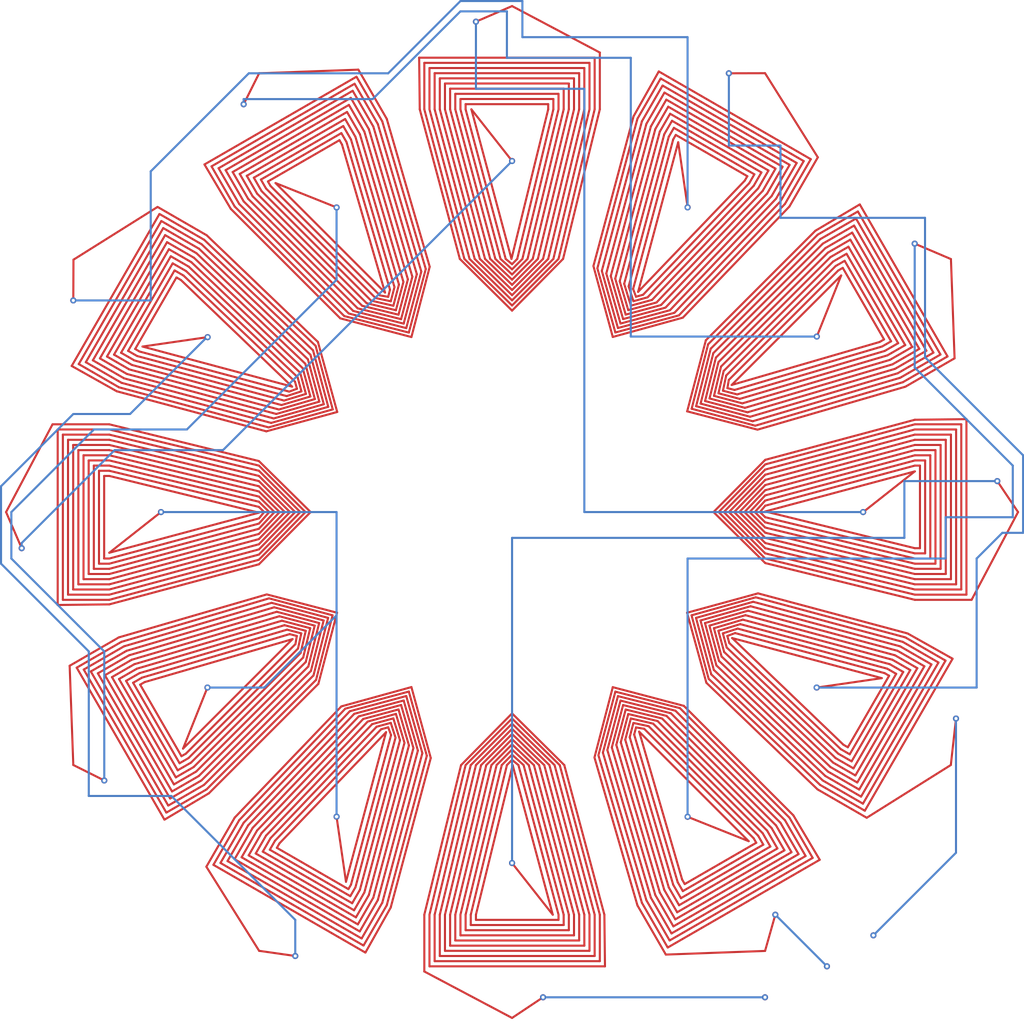
<source format=kicad_pcb>
(kicad_pcb (version 20240108) (generator "pcbnew") (generator_version "8.0")
  (layers (0 "F.Cu" jumper) (1 "In1.Cu" signal) (2 "In2.Cu" signal) (31 "B.Cu" signal) (34 "B.Paste" user) (35 "F.Paste" user) (36 "B.SilkS" user "B.Silkscreen") (37 "F.SilkS" user "F.Silkscreen") (38 "B.Mask" user) (39 "F.Mask" user) (44 "Edge.Cuts" user))
  (net 0 "")
  (gr_line (start 136.611216 141.986859) (end 138.861216 138.089746) (stroke (width 0.2)) (layer "F.Cu"))
  (gr_line (start 172.011117 100) (end 175.522229 103.499997) (stroke (width 0.2)) (layer "F.Cu"))
  (gr_line (start 126.669872 67.794229) (end 127.169872 68.660255) (stroke (width 0.2)) (layer "F.Cu"))
  (gr_line (start 175.335684 132.215399) (end 174.835686 131.349372) (stroke (width 0.2)) (layer "F.Cu"))
  (gr_line (start 139 120.849367) (end 138.31143 121.042002) (stroke (width 0.2)) (layer "F.Cu"))
  (gr_line (start 158.5 60.988887) (end 158.5 56.488887) (stroke (width 0.2)) (layer "F.Cu"))
  (gr_line (start 175.701708 69.150628) (end 177.201712 66.55255) (stroke (width 0.2)) (layer "F.Cu"))
  (gr_line (start 110.988885 96.000001) (end 110.988885 105) (stroke (width 0.2)) (layer "F.Cu"))
  (gr_line (start 188.849375 87.422645) (end 174.55163 91.635997) (stroke (width 0.2)) (layer "F.Cu"))
  (gr_line (start 141.444463 122.850859) (end 140.250001 118.684302) (stroke (width 0.2)) (layer "F.Cu"))
  (gr_line (start 121.425812 73.193295) (end 116.662672 70.443294) (stroke (width 0.2)) (layer "F.Cu"))
  (gr_line (start 190.011114 103.499997) (end 175.522232 99.941142) (stroke (width 0.2)) (layer "F.Cu"))
  (gr_line (start 131.016661 111.5) (end 128.957999 110.956519) (stroke (width 0.2)) (layer "F.Cu"))
  (gr_line (start 151.000002 119.499999) (end 156.058858 124.511114) (stroke (width 0.2)) (layer "F.Cu"))
  (gr_line (start 110.488886 95.500001) (end 110.488886 105.500002) (stroke (width 0.2)) (layer "F.Cu"))
  (gr_line (start 134.745385 81.016855) (end 140.999999 82.614737) (stroke (width 0.2)) (layer "F.Cu"))
  (gr_line (start 126.303849 130.839745) (end 136.57938 120.042002) (stroke (width 0.2)) (layer "F.Cu"))
  (gr_line (start 194.511115 91.5) (end 190.011115 91.499999) (stroke (width 0.2)) (layer "F.Cu"))
  (gr_line (start 145 60.988887) (end 148.882286 75.477774) (stroke (width 0.2)) (layer "F.Cu"))
  (gr_line (start 181.849372 75.29829) (end 171.242773 85.904889) (stroke (width 0.2)) (layer "F.Cu"))
  (gr_line (start 178.248816 129.378801) (end 167.642215 118.772201) (stroke (width 0.2)) (layer "F.Cu"))
  (gr_line (start 190.011119 108.000001) (end 175.522232 104.499998) (stroke (width 0.2)) (layer "F.Cu"))
  (gr_line (start 129.414699 88.33391) (end 130.166192 88.05451) (stroke (width 0.2)) (layer "F.Cu"))
  (gr_line (start 166.992419 138.764436) (end 177.384721 132.764434) (stroke (width 0.2)) (layer "F.Cu"))
  (gr_line (start 136.477436 80.016856) (end 140 80.882687) (stroke (width 0.2)) (layer "F.Cu"))
  (gr_line (start 146 59.988887) (end 146 60.988887) (stroke (width 0.2)) (layer "F.Cu"))
  (gr_line (start 175.52223 98.382285) (end 174.011118 100) (stroke (width 0.2)) (layer "F.Cu"))
  (gr_line (start 117.696153 128.428202) (end 121.160255 126.428204) (stroke (width 0.2)) (layer "F.Cu"))
  (gr_line (start 176.567737 69.650623) (end 178.567736 66.186524) (stroke (width 0.2)) (layer "F.Cu"))
  (gr_line (start 127.602886 131.589747) (end 126.852886 132.888783) (stroke (width 0.2)) (layer "F.Cu"))
  (gr_line (start 155 60.988887) (end 151.5 75.477774) (stroke (width 0.2)) (layer "F.Cu"))
  (gr_line (start 139 79.150635) (end 139.177456 78.457998) (stroke (width 0.2)) (layer "F.Cu"))
  (gr_line (start 167.47447 135.59937) (end 163.312088 121.272201) (stroke (width 0.2)) (layer "F.Cu"))
  (gr_line (start 124.138785 129.589744) (end 134.465288 118.821428) (stroke (width 0.2)) (layer "F.Cu"))
  (gr_line (start 173.100858 110.854573) (end 170.983339 111.5) (stroke (width 0.2)) (layer "F.Cu"))
  (gr_line (start 183.215399 75.664316) (end 182.349373 76.164314) (stroke (width 0.2)) (layer "F.Cu"))
  (gr_line (start 116.845683 71.126307) (end 108.345684 85.84874) (stroke (width 0.2)) (layer "F.Cu"))
  (gr_line (start 128.988887 100.000001) (end 126.477772 97.500001) (stroke (width 0.2)) (layer "F.Cu"))
  (gr_line (start 175.522227 104.941144) (end 170.511116 99.999997) (stroke (width 0.2)) (layer "F.Cu"))
  (gr_line (start 147.000001 139) (end 147.000001 139.999999) (stroke (width 0.2)) (layer "F.Cu"))
  (gr_line (start 115.410256 116.468912) (end 114.977242 116.718911) (stroke (width 0.2)) (layer "F.Cu"))
  (gr_line (start 120.410256 125.129165) (end 131.016856 114.522564) (stroke (width 0.2)) (layer "F.Cu"))
  (gr_line (start 112.928204 116.169874) (end 118.428204 125.696152) (stroke (width 0.2)) (layer "F.Cu"))
  (gr_line (start 134.047751 109.75) (end 132.237427 116.636655) (stroke (width 0.2)) (layer "F.Cu"))
  (gr_line (start 175.52223 99.382286) (end 175.011118 99.999997) (stroke (width 0.2)) (layer "F.Cu"))
  (gr_line (start 188.599372 86.989632) (end 192.496486 84.739634) (stroke (width 0.2)) (layer "F.Cu"))
  (gr_line (start 144.499998 138.999998) (end 144.5 142.5) (stroke (width 0.2)) (layer "F.Cu"))
  (gr_line (start 163.577355 137.849375) (end 166.077356 142.179501) (stroke (width 0.2)) (layer "F.Cu"))
  (gr_line (start 111.988885 108.500001) (end 126.477771 104.617715) (stroke (width 0.2)) (layer "F.Cu"))
  (gr_line (start 159.5 143.499998) (end 159.5 138.999999) (stroke (width 0.2)) (layer "F.Cu"))
  (gr_line (start 187.522759 115.852885) (end 187.089747 115.602886) (stroke (width 0.2)) (layer "F.Cu"))
  (gr_line (start 126.5 57.5) (end 125 60.5) (stroke (width 0.2)) (layer "F.Cu"))
  (gr_line (start 127.169874 131.339746) (end 126.169874 133.071798) (stroke (width 0.2)) (layer "F.Cu"))
  (gr_line (start 180.849375 73.566235) (end 170.242769 84.17284) (stroke (width 0.2)) (layer "F.Cu"))
  (gr_line (start 125.870834 130.589744) (end 124.120835 133.620835) (stroke (width 0.2)) (layer "F.Cu"))
  (gr_line (start 184.071797 124.830126) (end 189.571798 115.303848) (stroke (width 0.2)) (layer "F.Cu"))
  (gr_line (start 166.126391 60.735566) (end 164.876391 62.900629) (stroke (width 0.2)) (layer "F.Cu"))
  (gr_line (start 114.675811 84.884638) (end 129.164698 88.766922) (stroke (width 0.2)) (layer "F.Cu"))
  (gr_line (start 164.229083 120.742771) (end 162.755559 120.425981) (stroke (width 0.2)) (layer "F.Cu"))
  (gr_line (start 111.988886 105.000001) (end 126.477772 101.117715) (stroke (width 0.2)) (layer "F.Cu"))
  (gr_line (start 171.492771 86.337903) (end 170.992967 88.494442) (stroke (width 0.2)) (layer "F.Cu"))
  (gr_line (start 193.509628 75.494441) (end 190 74) (stroke (width 0.2)) (layer "F.Cu"))
  (gr_line (start 111.988886 106) (end 126.477772 102.117715) (stroke (width 0.2)) (layer "F.Cu"))
  (gr_line (start 156 60.988887) (end 156 58.988887) (stroke (width 0.2)) (layer "F.Cu"))
  (gr_line (start 111.988884 104.5) (end 126.477773 100.617715) (stroke (width 0.2)) (layer "F.Cu"))
  (gr_line (start 189.099371 87.855659) (end 174.772199 92.018043) (stroke (width 0.2)) (layer "F.Cu"))
  (gr_line (start 160.128081 76.889514) (end 161.505558 81.739084) (stroke (width 0.2)) (layer "F.Cu"))
  (gr_line (start 192.303848 114.571796) (end 188.839748 112.571795) (stroke (width 0.2)) (layer "F.Cu"))
  (gr_line (start 180.839746 126.428204) (end 185.169874 128.928203) (stroke (width 0.2)) (layer "F.Cu"))
  (gr_line (start 111.988887 91.500001) (end 106.488886 91.500001) (stroke (width 0.2)) (layer "F.Cu"))
  (gr_line (start 159.000002 139.000001) (end 155.117714 124.511111) (stroke (width 0.2)) (layer "F.Cu"))
  (gr_line (start 125.437821 130.339747) (end 135.713356 119.542003) (stroke (width 0.2)) (layer "F.Cu"))
  (gr_line (start 191.011117 103.999999) (end 191.011117 95.000001) (stroke (width 0.2)) (layer "F.Cu"))
  (gr_line (start 182.878801 77.081311) (end 180.519244 82.994441) (stroke (width 0.2)) (layer "F.Cu"))
  (gr_line (start 164.443381 137.349375) (end 166.443382 140.813475) (stroke (width 0.2)) (layer "F.Cu"))
  (gr_line (start 121.410255 126.861216) (end 132.016855 116.254615) (stroke (width 0.2)) (layer "F.Cu"))
  (gr_line (start 134.830126 61.928204) (end 125.303847 67.428203) (stroke (width 0.2)) (layer "F.Cu"))
  (gr_line (start 165.742419 63.400627) (end 161.860131 77.889514) (stroke (width 0.2)) (layer "F.Cu"))
  (gr_line (start 155.5 60.988887) (end 155.5 59.488887) (stroke (width 0.2)) (layer "F.Cu"))
  (gr_line (start 114.410255 114.736859) (end 128.708 110.523505) (stroke (width 0.2)) (layer "F.Cu"))
  (gr_line (start 135.379164 59.879165) (end 123.254809 66.879165) (stroke (width 0.2)) (layer "F.Cu"))
  (gr_line (start 134.913131 135.810318) (end 134.000001 129.509619) (stroke (width 0.2)) (layer "F.Cu"))
  (gr_line (start 127.535899 132.705772) (end 135.330126 137.205771) (stroke (width 0.2)) (layer "F.Cu"))
  (gr_line (start 130.988886 100.000001) (end 126.477772 95.500002) (stroke (width 0.2)) (layer "F.Cu"))
  (gr_line (start 151 79.488887) (end 146.882286 75.477774) (stroke (width 0.2)) (layer "F.Cu"))
  (gr_line (start 117.330129 129.79423) (end 121.630827 127.243258) (stroke (width 0.2)) (layer "F.Cu"))
  (gr_line (start 130.166192 88.05451) (end 129.973555 87.36594) (stroke (width 0.2)) (layer "F.Cu"))
  (gr_line (start 189.089744 112.138782) (end 174.600859 108.256499) (stroke (width 0.2)) (layer "F.Cu"))
  (gr_line (start 135.280342 119.292002) (end 140.749999 117.818277) (stroke (width 0.2)) (layer "F.Cu"))
  (gr_line (start 183.888782 124.147113) (end 188.888784 115.486858) (stroke (width 0.2)) (layer "F.Cu"))
  (gr_line (start 155 60.988887) (end 155 59.988887) (stroke (width 0.2)) (layer "F.Cu"))
  (gr_line (start 190.011117 91.058856) (end 175.522232 94.941142) (stroke (width 0.2)) (layer "F.Cu"))
  (gr_line (start 137.129165 62.910255) (end 141.342519 77.207999) (stroke (width 0.2)) (layer "F.Cu"))
  (gr_line (start 174.011118 100) (end 175.522232 101.500001) (stroke (width 0.2)) (layer "F.Cu"))
  (gr_line (start 133.614739 109.999999) (end 127.458 108.358443) (stroke (width 0.2)) (layer "F.Cu"))
  (gr_line (start 190.011116 94) (end 175.522232 97.882285) (stroke (width 0.2)) (layer "F.Cu"))
  (gr_line (start 147.000001 139.999999) (end 155.999999 140) (stroke (width 0.2)) (layer "F.Cu"))
  (gr_line (start 161.005556 82.605113) (end 167.158229 80.948369) (stroke (width 0.2)) (layer "F.Cu"))
  (gr_line (start 146.5 60.488887) (end 146.5 60.988887) (stroke (width 0.2)) (layer "F.Cu"))
  (gr_line (start 117.394722 73.175345) (end 110.394722 85.2997) (stroke (width 0.2)) (layer "F.Cu"))
  (gr_line (start 136.696152 136.839745) (end 140.578438 122.350859) (stroke (width 0.2)) (layer "F.Cu"))
  (gr_line (start 155 59.988887) (end 146 59.988887) (stroke (width 0.2)) (layer "F.Cu"))
  (gr_line (start 108.988885 107.000001) (end 111.988885 107.000002) (stroke (width 0.2)) (layer "F.Cu"))
  (gr_line (start 120.67581 74.492332) (end 131.473554 84.767866) (stroke (width 0.2)) (layer "F.Cu"))
  (gr_line (start 111.988884 93) (end 126.477772 96.500002) (stroke (width 0.2)) (layer "F.Cu"))
  (gr_line (start 122.571796 66.696153) (end 124.571796 70.160255) (stroke (width 0.2)) (layer "F.Cu"))
  (gr_line (start 156.000001 138.999999) (end 152.117715 124.511112) (stroke (width 0.2)) (layer "F.Cu"))
  (gr_line (start 163.79607 120.992771) (end 163.00556 120.858992) (stroke (width 0.2)) (layer "F.Cu"))
  (gr_line (start 157.5 60.988887) (end 157.5 57.488887) (stroke (width 0.2)) (layer "F.Cu"))
  (gr_line (start 162.762301 61.680056) (end 158.880016 76.168941) (stroke (width 0.2)) (layer "F.Cu"))
  (gr_line (start 119.42581 76.657397) (end 118.126773 75.907396) (stroke (width 0.2)) (layer "F.Cu"))
  (gr_line (start 132.194127 83.519798) (end 134.063306 90.30451) (stroke (width 0.2)) (layer "F.Cu"))
  (gr_line (start 134.063306 90.30451) (end 127.194126 92.180052) (stroke (width 0.2)) (layer "F.Cu"))
  (gr_line (start 159 55.988887) (end 142 55.988887) (stroke (width 0.2)) (layer "F.Cu"))
  (gr_line (start 131.223555 85.200878) (end 132.331255 89.304511) (stroke (width 0.2)) (layer "F.Cu"))
  (gr_line (start 184.620834 126.879165) (end 191.620835 114.754811) (stroke (width 0.2)) (layer "F.Cu"))
  (gr_line (start 167.95225 109.749997) (end 174.821431 107.874457) (stroke (width 0.2)) (layer "F.Cu"))
  (gr_line (start 171.425981 88.244441) (end 172.801629 88.604911) (stroke (width 0.2)) (layer "F.Cu"))
  (gr_line (start 189.571798 115.303848) (end 187.839744 114.303847) (stroke (width 0.2)) (layer "F.Cu"))
  (gr_line (start 145.5 138.999999) (end 145.500001 141.5) (stroke (width 0.2)) (layer "F.Cu"))
  (gr_line (start 173.96966 68.150626) (end 163.694128 78.948372) (stroke (width 0.2)) (layer "F.Cu"))
  (gr_line (start 131.46523 88.804511) (end 128.664698 89.632948) (stroke (width 0.2)) (layer "F.Cu"))
  (gr_line (start 147.882286 75.477774) (end 151 78.488887) (stroke (width 0.2)) (layer "F.Cu"))
  (gr_line (start 190.011119 92.999998) (end 175.522231 96.882285) (stroke (width 0.2)) (layer "F.Cu"))
  (gr_line (start 115.205239 83.967641) (end 121.505938 83.054511) (stroke (width 0.2)) (layer "F.Cu"))
  (gr_line (start 126.303847 69.160255) (end 136.910448 79.766855) (stroke (width 0.2)) (layer "F.Cu"))
  (gr_line (start 169.260916 89.494442) (end 174.051626 90.769972) (stroke (width 0.2)) (layer "F.Cu"))
  (gr_line (start 119.175809 77.090408) (end 129.973555 87.36594) (stroke (width 0.2)) (layer "F.Cu"))
  (gr_line (start 155.5 60.988887) (end 152 75.477774) (stroke (width 0.2)) (layer "F.Cu"))
  (gr_line (start 147.058857 60.988887) (end 151 65.988887) (stroke (width 0.2)) (layer "F.Cu"))
  (gr_line (start 162.755559 79.574019) (end 164.12714 79.198371) (stroke (width 0.2)) (layer "F.Cu"))
  (gr_line (start 164.87639 137.099373) (end 166.626393 140.130462) (stroke (width 0.2)) (layer "F.Cu"))
  (gr_line (start 139.749999 80.449674) (end 136.910448 79.766855) (stroke (width 0.2)) (layer "F.Cu"))
  (gr_line (start 144.5 60.988887) (end 148.382286 75.477774) (stroke (width 0.2)) (layer "F.Cu"))
  (gr_line (start 126.477773 101.617716) (end 127.988885 100.000001) (stroke (width 0.2)) (layer "F.Cu"))
  (gr_line (start 183.581427 74.298288) (end 181.849372 75.29829) (stroke (width 0.2)) (layer "F.Cu"))
  (gr_line (start 164.87639 137.099373) (end 160.663037 122.801627) (stroke (width 0.2)) (layer "F.Cu"))
  (gr_line (start 170.492771 84.605853) (end 169.260916 89.494442) (stroke (width 0.2)) (layer "F.Cu"))
  (gr_line (start 160.000002 144) (end 159.941144 139) (stroke (width 0.2)) (layer "F.Cu"))
  (gr_line (start 130.583647 111.749999) (end 129.207999 111.389531) (stroke (width 0.2)) (layer "F.Cu"))
  (gr_line (start 111.077734 85.116688) (end 113.67581 86.616689) (stroke (width 0.2)) (layer "F.Cu"))
  (gr_line (start 184.803848 127.562176) (end 192.303848 114.571796) (stroke (width 0.2)) (layer "F.Cu"))
  (gr_line (start 146.000001 138.999999) (end 149.5 124.511114) (stroke (width 0.2)) (layer "F.Cu"))
  (gr_line (start 156.5 58.488887) (end 144.5 58.488887) (stroke (width 0.2)) (layer "F.Cu"))
  (gr_line (start 190.011114 108.5) (end 175.522227 104.941144) (stroke (width 0.2)) (layer "F.Cu"))
  (gr_line (start 177.201712 66.55255) (end 165.94338 60.052552) (stroke (width 0.2)) (layer "F.Cu"))
  (gr_line (start 155 75.477774) (end 151 79.488887) (stroke (width 0.2)) (layer "F.Cu"))
  (gr_line (start 187.839744 114.303847) (end 173.350859 110.421562) (stroke (width 0.2)) (layer "F.Cu"))
  (gr_line (start 158.5 60.988887) (end 155 75.477774) (stroke (width 0.2)) (layer "F.Cu"))
  (gr_line (start 135.696152 138.571797) (end 136.696152 136.839745) (stroke (width 0.2)) (layer "F.Cu"))
  (gr_line (start 154.5 60.988887) (end 150.941143 75.477774) (stroke (width 0.2)) (layer "F.Cu"))
  (gr_line (start 156 60.988887) (end 152.5 75.477774) (stroke (width 0.2)) (layer "F.Cu"))
  (gr_line (start 190.011119 104.499999) (end 175.52223 101) (stroke (width 0.2)) (layer "F.Cu"))
  (gr_line (start 180.116773 133.496486) (end 177.866773 129.599372) (stroke (width 0.2)) (layer "F.Cu"))
  (gr_line (start 127.602886 131.589747) (end 137.878418 120.792002) (stroke (width 0.2)) (layer "F.Cu"))
  (gr_line (start 125.303847 67.428203) (end 126.303847 69.160255) (stroke (width 0.2)) (layer "F.Cu"))
  (gr_line (start 135.830128 136.339746) (end 139.712413 121.850859) (stroke (width 0.2)) (layer "F.Cu"))
  (gr_line (start 186.599369 83.525529) (end 187.032386 83.275531) (stroke (width 0.2)) (layer "F.Cu"))
  (gr_line (start 143.5 60.988887) (end 147.382286 75.477774) (stroke (width 0.2)) (layer "F.Cu"))
  (gr_line (start 143.023599 76.237427) (end 141.249999 83.04775) (stroke (width 0.2)) (layer "F.Cu"))
  (gr_line (start 162.005557 119.126938) (end 161.096051 122.551628) (stroke (width 0.2)) (layer "F.Cu"))
  (gr_line (start 187.099375 84.391554) (end 188.39841 83.641556) (stroke (width 0.2)) (layer "F.Cu"))
  (gr_line (start 134.9641 64.160254) (end 139.177456 78.457998) (stroke (width 0.2)) (layer "F.Cu"))
  (gr_line (start 190.511117 103.5) (end 190.511119 95.499999) (stroke (width 0.2)) (layer "F.Cu"))
  (gr_line (start 111.988884 93) (end 107.988885 93.000001) (stroke (width 0.2)) (layer "F.Cu"))
  (gr_line (start 140 80.882687) (end 140.909506 77.457999) (stroke (width 0.2)) (layer "F.Cu"))
  (gr_line (start 142.058857 60.988887) (end 145.941143 75.477774) (stroke (width 0.2)) (layer "F.Cu"))
  (gr_line (start 120.910254 125.995191) (end 131.516856 115.388588) (stroke (width 0.2)) (layer "F.Cu"))
  (gr_line (start 173.96966 68.150626) (end 174.469658 67.284601) (stroke (width 0.2)) (layer "F.Cu"))
  (gr_line (start 123.254809 66.879165) (end 125.004808 69.910254) (stroke (width 0.2)) (layer "F.Cu"))
  (gr_line (start 160.755555 83.038122) (end 158.880016 76.168941) (stroke (width 0.2)) (layer "F.Cu"))
  (gr_line (start 130.266856 113.223525) (end 130.583647 111.749999) (stroke (width 0.2)) (layer "F.Cu"))
  (gr_line (start 125.00481 130.089746) (end 135.280342 119.292002) (stroke (width 0.2)) (layer "F.Cu"))
  (gr_line (start 173.011114 99.999998) (end 175.52223 102.499999) (stroke (width 0.2)) (layer "F.Cu"))
  (gr_line (start 140.499999 81.748711) (end 141.775531 76.957999) (stroke (width 0.2)) (layer "F.Cu"))
  (gr_line (start 166.608444 63.900624) (end 162.726158 78.389514) (stroke (width 0.2)) (layer "F.Cu"))
  (gr_line (start 139.712413 121.850859) (end 139.249999 120.416353) (stroke (width 0.2)) (layer "F.Cu"))
  (gr_line (start 142.743501 123.60086) (end 141.000001 117.385262) (stroke (width 0.2)) (layer "F.Cu"))
  (gr_line (start 157.5 60.988887) (end 154 75.477774) (stroke (width 0.2)) (layer "F.Cu"))
  (gr_line (start 110.394722 85.2997) (end 113.425809 87.0497) (stroke (width 0.2)) (layer "F.Cu"))
  (gr_line (start 151.617714 124.511112) (end 151.000002 124.000001) (stroke (width 0.2)) (layer "F.Cu"))
  (gr_line (start 126.852886 132.888783) (end 135.513142 137.888785) (stroke (width 0.2)) (layer "F.Cu"))
  (gr_line (start 138.428203 62.160254) (end 135.928202 57.830127) (stroke (width 0.2)) (layer "F.Cu"))
  (gr_line (start 130.723555 86.066903) (end 131.46523 88.804511) (stroke (width 0.2)) (layer "F.Cu"))
  (gr_line (start 136.111216 57.147115) (end 126.5 57.5) (stroke (width 0.2)) (layer "F.Cu"))
  (gr_line (start 177.433764 129.849373) (end 166.827159 119.24277) (stroke (width 0.2)) (layer "F.Cu"))
  (gr_line (start 136.428203 141.303847) (end 138.428204 137.839747) (stroke (width 0.2)) (layer "F.Cu"))
  (gr_line (start 135.196152 60.562178) (end 123.937821 67.062178) (stroke (width 0.2)) (layer "F.Cu"))
  (gr_line (start 154.617714 124.511112) (end 150.999999 120.999999) (stroke (width 0.2)) (layer "F.Cu"))
  (gr_line (start 154.5 60.988887) (end 154.5 60.488887) (stroke (width 0.2)) (layer "F.Cu"))
  (gr_line (start 126.477772 101.117715) (end 127.488884 100) (stroke (width 0.2)) (layer "F.Cu"))
  (gr_line (start 155.999999 140) (end 156.000001 138.999999) (stroke (width 0.2)) (layer "F.Cu"))
  (gr_line (start 168.38526 109.999998) (end 170.042003 116.152669) (stroke (width 0.2)) (layer "F.Cu"))
  (gr_line (start 137.99519 62.410255) (end 142.208544 76.707999) (stroke (width 0.2)) (layer "F.Cu"))
  (gr_line (start 183.032387 76.347326) (end 182.599375 76.597325) (stroke (width 0.2)) (layer "F.Cu"))
  (gr_line (start 119.175809 77.090408) (end 118.309786 76.590409) (stroke (width 0.2)) (layer "F.Cu"))
  (gr_line (start 155.5 139.000001) (end 151.617714 124.511112) (stroke (width 0.2)) (layer "F.Cu"))
  (gr_line (start 146.5 140.499998) (end 156.500002 140.499999) (stroke (width 0.2)) (layer "F.Cu"))
  (gr_line (start 182.349373 76.164314) (end 171.742771 86.770918) (stroke (width 0.2)) (layer "F.Cu"))
  (gr_line (start 108.5 124.5) (end 111.5 126) (stroke (width 0.2)) (layer "F.Cu"))
  (gr_line (start 126.477773 100.617715) (end 126.988885 100.000001) (stroke (width 0.2)) (layer "F.Cu"))
  (gr_line (start 114.92581 84.451624) (end 129.414699 88.33391) (stroke (width 0.2)) (layer "F.Cu"))
  (gr_line (start 113.809785 84.384637) (end 114.675811 84.884638) (stroke (width 0.2)) (layer "F.Cu"))
  (gr_line (start 113.925811 86.183676) (end 128.414698 90.065961) (stroke (width 0.2)) (layer "F.Cu"))
  (gr_line (start 143 60.988887) (end 146.882286 75.477774) (stroke (width 0.2)) (layer "F.Cu"))
  (gr_line (start 192.511117 105.499998) (end 192.511114 93.5) (stroke (width 0.2)) (layer "F.Cu"))
  (gr_line (start 113.67581 86.616689) (end 128.164698 90.498974) (stroke (width 0.2)) (layer "F.Cu"))
  (gr_line (start 143 144.000001) (end 160.000002 144) (stroke (width 0.2)) (layer "F.Cu"))
  (gr_line (start 134.531088 64.410255) (end 138.693471 78.737427) (stroke (width 0.2)) (layer "F.Cu"))
  (gr_line (start 158.981956 123.772198) (end 160.755559 116.961876) (stroke (width 0.2)) (layer "F.Cu"))
  (gr_line (start 174.772199 92.018043) (end 167.961875 90.24444) (stroke (width 0.2)) (layer "F.Cu"))
  (gr_line (start 162.505558 119.992967) (end 161.962077 122.051631) (stroke (width 0.2)) (layer "F.Cu"))
  (gr_line (start 158.000002 139.000002) (end 154.117715 124.511113) (stroke (width 0.2)) (layer "F.Cu"))
  (gr_line (start 113.160254 112.571796) (end 108.830127 115.071797) (stroke (width 0.2)) (layer "F.Cu"))
  (gr_line (start 181.349374 74.432261) (end 170.742772 85.038864) (stroke (width 0.2)) (layer "F.Cu"))
  (gr_line (start 163.14434 61.900628) (end 159.262058 76.389515) (stroke (width 0.2)) (layer "F.Cu"))
  (gr_line (start 135.513142 137.888785) (end 136.263139 136.589746) (stroke (width 0.2)) (layer "F.Cu"))
  (gr_line (start 177.433763 70.150627) (end 179.933763 65.820497) (stroke (width 0.2)) (layer "F.Cu"))
  (gr_line (start 115.160254 116.035899) (end 129.457998 111.822543) (stroke (width 0.2)) (layer "F.Cu"))
  (gr_line (start 118.062179 127.062178) (end 120.660255 125.562179) (stroke (width 0.2)) (layer "F.Cu"))
  (gr_line (start 135.928202 57.830127) (end 121.20577 66.330128) (stroke (width 0.2)) (layer "F.Cu"))
  (gr_line (start 116.662672 70.443294) (end 108.515557 75.554509) (stroke (width 0.2)) (layer "F.Cu"))
  (gr_line (start 164.010368 62.400626) (end 160.128081 76.889514) (stroke (width 0.2)) (layer "F.Cu"))
  (gr_line (start 143 56.988887) (end 143 60.988887) (stroke (width 0.2)) (layer "F.Cu"))
  (gr_line (start 136.044423 80.266856) (end 140.249999 81.315699) (stroke (width 0.2)) (layer "F.Cu"))
  (gr_line (start 166.175431 136.349372) (end 167.175432 138.081424) (stroke (width 0.2)) (layer "F.Cu"))
  (gr_line (start 180.589742 126.861214) (end 185.352885 129.611214) (stroke (width 0.2)) (layer "F.Cu"))
  (gr_line (start 123.437823 133.803849) (end 136.428203 141.303847) (stroke (width 0.2)) (layer "F.Cu"))
  (gr_line (start 120.67581 74.492332) (end 117.211709 72.492332) (stroke (width 0.2)) (layer "F.Cu"))
  (gr_line (start 151 80.488887) (end 145.941143 75.477774) (stroke (width 0.2)) (layer "F.Cu"))
  (gr_line (start 166.394146 119.492771) (end 161.505557 118.260916) (stroke (width 0.2)) (layer "F.Cu"))
  (gr_line (start 118.925811 77.523422) (end 118.492798 77.273422) (stroke (width 0.2)) (layer "F.Cu"))
  (gr_line (start 126.477772 96.000001) (end 130.488884 100.000001) (stroke (width 0.2)) (layer "F.Cu"))
  (gr_line (start 180.839746 126.428204) (end 170.042003 116.152669) (stroke (width 0.2)) (layer "F.Cu"))
  (gr_line (start 147.058857 60.988887) (end 150.941143 75.477774) (stroke (width 0.2)) (layer "F.Cu"))
  (gr_line (start 111.988886 93.5) (end 126.477773 97.000001) (stroke (width 0.2)) (layer "F.Cu"))
  (gr_line (start 170.126938 88.994442) (end 173.551629 89.903948) (stroke (width 0.2)) (layer "F.Cu"))
  (gr_line (start 111.988885 92) (end 106.988885 92.000001) (stroke (width 0.2)) (layer "F.Cu"))
  (gr_line (start 188.099373 86.123609) (end 173.801628 90.336962) (stroke (width 0.2)) (layer "F.Cu"))
  (gr_line (start 150.999999 120.999999) (end 147.500002 124.511112) (stroke (width 0.2)) (layer "F.Cu"))
  (gr_line (start 187.349373 84.82457) (end 173.051631 89.037923) (stroke (width 0.2)) (layer "F.Cu"))
  (gr_line (start 166.809405 139.44745) (end 178.067735 132.947448) (stroke (width 0.2)) (layer "F.Cu"))
  (gr_line (start 143 139.000001) (end 143 144.000001) (stroke (width 0.2)) (layer "F.Cu"))
  (gr_line (start 128.468913 132.089746) (end 138.795415 121.321432) (stroke (width 0.2)) (layer "F.Cu"))
  (gr_line (start 133.181724 110.25) (end 131.766857 115.821601) (stroke (width 0.2)) (layer "F.Cu"))
  (gr_line (start 174.511119 100) (end 175.52223 101) (stroke (width 0.2)) (layer "F.Cu"))
  (gr_line (start 115.205239 83.967641) (end 129.694126 87.849925) (stroke (width 0.2)) (layer "F.Cu"))
  (gr_line (start 125.00481 130.089746) (end 122.75481 133.986859) (stroke (width 0.2)) (layer "F.Cu"))
  (gr_line (start 107.988885 108) (end 111.988885 108.000001) (stroke (width 0.2)) (layer "F.Cu"))
  (gr_line (start 140.145426 122.100859) (end 139.5 119.98334) (stroke (width 0.2)) (layer "F.Cu"))
  (gr_line (start 192.511114 93.5) (end 190.011115 93.499999) (stroke (width 0.2)) (layer "F.Cu"))
  (gr_line (start 160.755559 116.961876) (end 167.642215 118.772201) (stroke (width 0.2)) (layer "F.Cu"))
  (gr_line (start 122.071796 134.169874) (end 136.79423 142.669874) (stroke (width 0.2)) (layer "F.Cu"))
  (gr_line (start 134.464101 63.294229) (end 126.669872 67.794229) (stroke (width 0.2)) (layer "F.Cu"))
  (gr_line (start 120.175811 75.358358) (end 117.577735 73.858357) (stroke (width 0.2)) (layer "F.Cu"))
  (gr_line (start 165.76037 59.369537) (end 164.010368 62.400626) (stroke (width 0.2)) (layer "F.Cu"))
  (gr_line (start 111.988886 94.000001) (end 108.988885 94) (stroke (width 0.2)) (layer "F.Cu"))
  (gr_line (start 167.358443 137.39841) (end 176.018699 132.39841) (stroke (width 0.2)) (layer "F.Cu"))
  (gr_line (start 126.303849 130.839745) (end 124.803846 133.437822) (stroke (width 0.2)) (layer "F.Cu"))
  (gr_line (start 175.268698 68.900629) (end 176.518696 66.735563) (stroke (width 0.2)) (layer "F.Cu"))
  (gr_line (start 113.660253 113.437822) (end 127.958 109.224469) (stroke (width 0.2)) (layer "F.Cu"))
  (gr_line (start 146.058856 124.51111) (end 151.000002 119.499999) (stroke (width 0.2)) (layer "F.Cu"))
  (gr_line (start 134.531088 64.410255) (end 134.281088 63.977242) (stroke (width 0.2)) (layer "F.Cu"))
  (gr_line (start 151 123) (end 149.5 124.511114) (stroke (width 0.2)) (layer "F.Cu"))
  (gr_line (start 136.79423 142.669874) (end 139.243258 138.310318) (stroke (width 0.2)) (layer "F.Cu"))
  (gr_line (start 166.309408 61.418574) (end 165.309405 63.150628) (stroke (width 0.2)) (layer "F.Cu"))
  (gr_line (start 170.791999 114.853631) (end 169.684301 110.749998) (stroke (width 0.2)) (layer "F.Cu"))
  (gr_line (start 124.571796 129.839747) (end 122.071796 134.169874) (stroke (width 0.2)) (layer "F.Cu"))
  (gr_line (start 111.988886 92.500001) (end 107.488886 92.500001) (stroke (width 0.2)) (layer "F.Cu"))
  (gr_line (start 172.850857 111.287587) (end 171.416353 111.75) (stroke (width 0.2)) (layer "F.Cu"))
  (gr_line (start 173.850859 109.555536) (end 169.684301 110.749998) (stroke (width 0.2)) (layer "F.Cu"))
  (gr_line (start 158.5 56.488887) (end 142.5 56.488887) (stroke (width 0.2)) (layer "F.Cu"))
  (gr_line (start 108.147116 114.888783) (end 108.5 124.5) (stroke (width 0.2)) (layer "F.Cu"))
  (gr_line (start 192.011118 104.999999) (end 192.01112 94) (stroke (width 0.2)) (layer "F.Cu"))
  (gr_line (start 114.660255 115.169873) (end 128.957999 110.956519) (stroke (width 0.2)) (layer "F.Cu"))
  (gr_line (start 114.910255 115.602887) (end 113.611217 116.352885) (stroke (width 0.2)) (layer "F.Cu"))
  (gr_line (start 111.988886 94.5) (end 126.477773 98.000001) (stroke (width 0.2)) (layer "F.Cu"))
  (gr_line (start 166.260366 141.496486) (end 180.116773 133.496486) (stroke (width 0.2)) (layer "F.Cu"))
  (gr_line (start 123.937821 67.062178) (end 125.437821 69.660255) (stroke (width 0.2)) (layer "F.Cu"))
  (gr_line (start 190.01112 91.999998) (end 175.522228 95.882285) (stroke (width 0.2)) (layer "F.Cu"))
  (gr_line (start 175.522229 98.882286) (end 174.511119 100) (stroke (width 0.2)) (layer "F.Cu"))
  (gr_line (start 131.488885 100.000001) (end 126.477771 105.058858) (stroke (width 0.2)) (layer "F.Cu"))
  (gr_line (start 164.876391 62.900629) (end 160.994107 77.389511) (stroke (width 0.2)) (layer "F.Cu"))
  (gr_line (start 190.011115 93.499999) (end 175.522232 97.382284) (stroke (width 0.2)) (layer "F.Cu"))
  (gr_line (start 163.005556 79.141006) (end 163.694128 78.948372) (stroke (width 0.2)) (layer "F.Cu"))
  (gr_line (start 171.292001 113.987604) (end 170.550326 111.249998) (stroke (width 0.2)) (layer "F.Cu"))
  (gr_line (start 121.630827 127.243258) (end 132.237427 116.636655) (stroke (width 0.2)) (layer "F.Cu"))
  (gr_line (start 173.536643 67.900628) (end 163.210143 78.668941) (stroke (width 0.2)) (layer "F.Cu"))
  (gr_line (start 135.74519 58.513141) (end 121.888783 66.51314) (stroke (width 0.2)) (layer "F.Cu"))
  (gr_line (start 151 77.988887) (end 153.5 75.477774) (stroke (width 0.2)) (layer "F.Cu"))
  (gr_line (start 154.117715 124.511113) (end 151.000002 121.5) (stroke (width 0.2)) (layer "F.Cu"))
  (gr_line (start 174.835685 68.650628) (end 175.835685 66.918576) (stroke (width 0.2)) (layer "F.Cu"))
  (gr_line (start 187.589745 114.73686) (end 173.100858 110.854573) (stroke (width 0.2)) (layer "F.Cu"))
  (gr_line (start 190.011117 96.058856) (end 175.522232 99.941142) (stroke (width 0.2)) (layer "F.Cu"))
  (gr_line (start 177.384721 132.764434) (end 176.134723 130.599372) (stroke (width 0.2)) (layer "F.Cu"))
  (gr_line (start 117.760747 74.541371) (end 111.760748 84.933675) (stroke (width 0.2)) (layer "F.Cu"))
  (gr_line (start 170.559952 88.744441) (end 171.242773 85.904889) (stroke (width 0.2)) (layer "F.Cu"))
  (gr_line (start 118.245192 126.379163) (end 120.410256 125.129165) (stroke (width 0.2)) (layer "F.Cu"))
  (gr_line (start 108.515557 75.554509) (end 108.5 79.5) (stroke (width 0.2)) (layer "F.Cu"))
  (gr_line (start 121.20577 66.330128) (end 123.756742 70.630826) (stroke (width 0.2)) (layer "F.Cu"))
  (gr_line (start 181.589743 125.129166) (end 170.791999 114.853631) (stroke (width 0.2)) (layer "F.Cu"))
  (gr_line (start 174.600859 108.256499) (end 168.38526 109.999998) (stroke (width 0.2)) (layer "F.Cu"))
  (gr_line (start 128.164698 90.498974) (end 132.331255 89.304511) (stroke (width 0.2)) (layer "F.Cu"))
  (gr_line (start 159 60.988887) (end 159 55.988887) (stroke (width 0.2)) (layer "F.Cu"))
  (gr_line (start 146 60.988887) (end 149.882286 75.477774) (stroke (width 0.2)) (layer "F.Cu"))
  (gr_line (start 139.5 119.98334) (end 137.445405 120.542003) (stroke (width 0.2)) (layer "F.Cu"))
  (gr_line (start 187.599372 85.257583) (end 173.301627 89.470934) (stroke (width 0.2)) (layer "F.Cu"))
  (gr_line (start 181.339747 125.562178) (end 184.803848 127.562176) (stroke (width 0.2)) (layer "F.Cu"))
  (gr_line (start 131.032218 88.55451) (end 130.473554 86.499915) (stroke (width 0.2)) (layer "F.Cu"))
  (gr_line (start 157.499999 141.499997) (end 157.500001 138.999999) (stroke (width 0.2)) (layer "F.Cu"))
  (gr_line (start 112.245192 115.98686) (end 118.245192 126.379163) (stroke (width 0.2)) (layer "F.Cu"))
  (gr_line (start 126.477773 95.058857) (end 131.488885 100.000001) (stroke (width 0.2)) (layer "F.Cu"))
  (gr_line (start 156.5 60.988887) (end 153 75.477774) (stroke (width 0.2)) (layer "F.Cu"))
  (gr_line (start 142.5 138.999997) (end 146.058856 124.51111) (stroke (width 0.2)) (layer "F.Cu"))
  (gr_line (start 128.468913 132.089746) (end 128.218911 132.522759) (stroke (width 0.2)) (layer "F.Cu"))
  (gr_line (start 111.988885 95.000001) (end 109.988885 95.000002) (stroke (width 0.2)) (layer "F.Cu"))
  (gr_line (start 114.977242 116.718911) (end 118.977242 123.647114) (stroke (width 0.2)) (layer "F.Cu"))
  (gr_line (start 188.839748 112.571795) (end 174.350857 108.689509) (stroke (width 0.2)) (layer "F.Cu"))
  (gr_line (start 178.067735 132.947448) (end 176.567738 130.349374) (stroke (width 0.2)) (layer "F.Cu"))
  (gr_line (start 135.397113 63.910255) (end 134.647114 62.611216) (stroke (width 0.2)) (layer "F.Cu"))
  (gr_line (start 177.866773 129.599372) (end 167.260173 118.992773) (stroke (width 0.2)) (layer "F.Cu"))
  (gr_line (start 111.488885 104.500001) (end 111.988884 104.5) (stroke (width 0.2)) (layer "F.Cu"))
  (gr_line (start 181.099374 73.99925) (end 170.492771 84.605853) (stroke (width 0.2)) (layer "F.Cu"))
  (gr_line (start 109.513142 115.254809) (end 117.513141 129.111215) (stroke (width 0.2)) (layer "F.Cu"))
  (gr_line (start 136.245189 140.620836) (end 137.99519 137.589747) (stroke (width 0.2)) (layer "F.Cu"))
  (gr_line (start 175.522229 101.999997) (end 173.511116 99.999998) (stroke (width 0.2)) (layer "F.Cu"))
  (gr_line (start 119.675811 76.224383) (end 130.473554 86.499915) (stroke (width 0.2)) (layer "F.Cu"))
  (gr_line (start 145.5 138.999999) (end 149.000001 124.511111) (stroke (width 0.2)) (layer "F.Cu"))
  (gr_line (start 173.801628 90.336962) (end 169.693928 89.244441) (stroke (width 0.2)) (layer "F.Cu"))
  (gr_line (start 162.005555 80.873061) (end 165.426178 79.948371) (stroke (width 0.2)) (layer "F.Cu"))
  (gr_line (start 163.14434 138.099371) (end 158.981956 123.772198) (stroke (width 0.2)) (layer "F.Cu"))
  (gr_line (start 142.5 138.999997) (end 142.500001 144.499999) (stroke (width 0.2)) (layer "F.Cu"))
  (gr_line (start 182.099374 75.731302) (end 171.492771 86.337903) (stroke (width 0.2)) (layer "F.Cu"))
  (gr_line (start 124.138783 70.410254) (end 134.745385 81.016855) (stroke (width 0.2)) (layer "F.Cu"))
  (gr_line (start 146.000001 138.999999) (end 146.000001 141) (stroke (width 0.2)) (layer "F.Cu"))
  (gr_line (start 180.59937 73.133226) (end 169.992773 83.739828) (stroke (width 0.2)) (layer "F.Cu"))
  (gr_line (start 140.499999 118.251288) (end 135.713356 119.542003) (stroke (width 0.2)) (layer "F.Cu"))
  (gr_line (start 151 78.988887) (end 154.5 75.477774) (stroke (width 0.2)) (layer "F.Cu"))
  (gr_line (start 193.011119 106.000001) (end 193.011116 93) (stroke (width 0.2)) (layer "F.Cu"))
  (gr_line (start 188.099373 86.123609) (end 191.130463 84.373606) (stroke (width 0.2)) (layer "F.Cu"))
  (gr_line (start 151.000001 119.999998) (end 146.500001 124.511113) (stroke (width 0.2)) (layer "F.Cu"))
  (gr_line (start 135.330126 137.205771) (end 135.830128 136.339746) (stroke (width 0.2)) (layer "F.Cu"))
  (gr_line (start 190.011116 105.5) (end 192.511117 105.499998) (stroke (width 0.2)) (layer "F.Cu"))
  (gr_line (start 189.764435 84.00758) (end 183.764434 73.615278) (stroke (width 0.2)) (layer "F.Cu"))
  (gr_line (start 113.160254 112.571796) (end 127.458 108.358443) (stroke (width 0.2)) (layer "F.Cu"))
  (gr_line (start 125.004808 69.910254) (end 135.611411 80.516855) (stroke (width 0.2)) (layer "F.Cu"))
  (gr_line (start 175.011118 99.999997) (end 175.52223 100.5) (stroke (width 0.2)) (layer "F.Cu"))
  (gr_line (start 168.394888 89.994443) (end 174.55163 91.635997) (stroke (width 0.2)) (layer "F.Cu"))
  (gr_line (start 183.947449 72.932265) (end 181.349374 74.432261) (stroke (width 0.2)) (layer "F.Cu"))
  (gr_line (start 111.988886 94.5) (end 109.488885 94.500001) (stroke (width 0.2)) (layer "F.Cu"))
  (gr_line (start 188.849375 87.422645) (end 193.179503 84.922643) (stroke (width 0.2)) (layer "F.Cu"))
  (gr_line (start 166.492417 62.101588) (end 165.742419 63.400627) (stroke (width 0.2)) (layer "F.Cu"))
  (gr_line (start 137.99519 137.589747) (end 141.877475 123.100858) (stroke (width 0.2)) (layer "F.Cu"))
  (gr_line (start 110.879166 115.620835) (end 117.879165 127.74519) (stroke (width 0.2)) (layer "F.Cu"))
  (gr_line (start 163.577355 62.150623) (end 159.695067 76.639515) (stroke (width 0.2)) (layer "F.Cu"))
  (gr_line (start 114.660255 115.169873) (end 112.928204 116.169874) (stroke (width 0.2)) (layer "F.Cu"))
  (gr_line (start 192.01112 94) (end 190.011116 94) (stroke (width 0.2)) (layer "F.Cu"))
  (gr_line (start 182.839746 122.964101) (end 172.042001 112.688569) (stroke (width 0.2)) (layer "F.Cu"))
  (gr_line (start 163.577355 137.849375) (end 159.364002 123.551629) (stroke (width 0.2)) (layer "F.Cu"))
  (gr_line (start 171.992772 87.203929) (end 171.858991 87.994439) (stroke (width 0.2)) (layer "F.Cu"))
  (gr_line (start 109.988885 95.000002) (end 109.988885 106.000001) (stroke (width 0.2)) (layer "F.Cu"))
  (gr_line (start 118.977242 123.647114) (end 119.410253 123.397114) (stroke (width 0.2)) (layer "F.Cu"))
  (gr_line (start 190.011119 103.999999) (end 175.52223 100.5) (stroke (width 0.2)) (layer "F.Cu"))
  (gr_line (start 151 76.988887) (end 152.5 75.477774) (stroke (width 0.2)) (layer "F.Cu"))
  (gr_line (start 154 75.477774) (end 151 78.488887) (stroke (width 0.2)) (layer "F.Cu"))
  (gr_line (start 170.742772 85.038864) (end 169.693928 89.244441) (stroke (width 0.2)) (layer "F.Cu"))
  (gr_line (start 167.961875 90.24444) (end 169.772202 83.357785) (stroke (width 0.2)) (layer "F.Cu"))
  (gr_line (start 144.5 58.488887) (end 144.5 60.988887) (stroke (width 0.2)) (layer "F.Cu"))
  (gr_line (start 126.73686 131.089745) (end 137.012394 120.292001) (stroke (width 0.2)) (layer "F.Cu"))
  (gr_line (start 146.500001 139.000001) (end 150 124.511112) (stroke (width 0.2)) (layer "F.Cu"))
  (gr_line (start 177.000747 69.900628) (end 179.250748 66.003515) (stroke (width 0.2)) (layer "F.Cu"))
  (gr_line (start 144.5 142.5) (end 158.499999 142.500001) (stroke (width 0.2)) (layer "F.Cu"))
  (gr_line (start 128.035899 131.839747) (end 127.535899 132.705772) (stroke (width 0.2)) (layer "F.Cu"))
  (gr_line (start 139.249999 120.416353) (end 137.878418 120.792002) (stroke (width 0.2)) (layer "F.Cu"))
  (gr_line (start 167.092428 64.180056) (end 168.005556 70.480755) (stroke (width 0.2)) (layer "F.Cu"))
  (gr_line (start 113.175811 87.482714) (end 127.664698 91.364999) (stroke (width 0.2)) (layer "F.Cu"))
  (gr_line (start 175.701709 130.849373) (end 165.095109 120.242772) (stroke (width 0.2)) (layer "F.Cu"))
  (gr_line (start 129.164698 88.766922) (end 130.599204 88.30451) (stroke (width 0.2)) (layer "F.Cu"))
  (gr_line (start 117.577735 73.858357) (end 111.077734 85.116688) (stroke (width 0.2)) (layer "F.Cu"))
  (gr_line (start 127.914698 90.931985) (end 132.764268 89.554509) (stroke (width 0.2)) (layer "F.Cu"))
  (gr_line (start 118.492798 77.273422) (end 114.492798 84.201624) (stroke (width 0.2)) (layer "F.Cu"))
  (gr_line (start 179.250748 66.003515) (end 165.394341 58.003513) (stroke (width 0.2)) (layer "F.Cu"))
  (gr_line (start 175.268698 131.099374) (end 164.662096 120.492771) (stroke (width 0.2)) (layer "F.Cu"))
  (gr_line (start 188.205769 115.669873) (end 187.339745 115.169871) (stroke (width 0.2)) (layer "F.Cu"))
  (gr_line (start 135.830126 63.660254) (end 140.043481 77.957998) (stroke (width 0.2)) (layer "F.Cu"))
  (gr_line (start 143.5 138.999999) (end 143.5 143.499998) (stroke (width 0.2)) (layer "F.Cu"))
  (gr_line (start 157 138.999999) (end 153.117714 124.511113) (stroke (width 0.2)) (layer "F.Cu"))
  (gr_line (start 176.134724 69.400629) (end 177.884724 66.369537) (stroke (width 0.2)) (layer "F.Cu"))
  (gr_line (start 144.999999 142) (end 158 141.999999) (stroke (width 0.2)) (layer "F.Cu"))
  (gr_line (start 163.14434 138.099371) (end 165.894343 142.862512) (stroke (width 0.2)) (layer "F.Cu"))
  (gr_line (start 120.425812 74.925345) (end 131.223555 85.200878) (stroke (width 0.2)) (layer "F.Cu"))
  (gr_line (start 181.839744 124.69615) (end 184.437822 126.196153) (stroke (width 0.2)) (layer "F.Cu"))
  (gr_line (start 165.742417 136.599373) (end 166.992419 138.764436) (stroke (width 0.2)) (layer "F.Cu"))
  (gr_line (start 128.218911 132.522759) (end 135.147114 136.522759) (stroke (width 0.2)) (layer "F.Cu"))
  (gr_line (start 118.925811 77.523422) (end 129.694126 87.849925) (stroke (width 0.2)) (layer "F.Cu"))
  (gr_line (start 144.499998 138.999998) (end 148 124.511111) (stroke (width 0.2)) (layer "F.Cu"))
  (gr_line (start 193.5 124.5) (end 194 120) (stroke (width 0.2)) (layer "F.Cu"))
  (gr_line (start 121.888783 66.51314) (end 124.138783 70.410254) (stroke (width 0.2)) (layer "F.Cu"))
  (gr_line (start 170.117311 110.999997) (end 171.042001 114.420619) (stroke (width 0.2)) (layer "F.Cu"))
  (gr_line (start 173.301627 89.470934) (end 170.559952 88.744441) (stroke (width 0.2)) (layer "F.Cu"))
  (gr_line (start 173.786648 67.467615) (end 166.858444 63.467612) (stroke (width 0.2)) (layer "F.Cu"))
  (gr_line (start 137.129166 137.089746) (end 141.011451 122.60086) (stroke (width 0.2)) (layer "F.Cu"))
  (gr_line (start 175.522231 95.382286) (end 171.011114 100) (stroke (width 0.2)) (layer "F.Cu"))
  (gr_line (start 113.910255 113.870833) (end 110.879166 115.620835) (stroke (width 0.2)) (layer "F.Cu"))
  (gr_line (start 140.749999 82.181724) (end 135.178398 80.766856) (stroke (width 0.2)) (layer "F.Cu"))
  (gr_line (start 111.988885 105.5) (end 126.477773 101.617716) (stroke (width 0.2)) (layer "F.Cu"))
  (gr_line (start 169.251288 110.499999) (end 170.542002 115.286642) (stroke (width 0.2)) (layer "F.Cu"))
  (gr_line (start 118.309786 76.590409) (end 113.809785 84.384637) (stroke (width 0.2)) (layer "F.Cu"))
  (gr_line (start 178.750748 133.130464) (end 177.000748 130.099373) (stroke (width 0.2)) (layer "F.Cu"))
  (gr_line (start 138.428203 62.160254) (end 142.641557 76.457999) (stroke (width 0.2)) (layer "F.Cu"))
  (gr_line (start 194.011119 91.999999) (end 190.01112 91.999998) (stroke (width 0.2)) (layer "F.Cu"))
  (gr_line (start 174.100857 109.122523) (end 169.251288 110.499999) (stroke (width 0.2)) (layer "F.Cu"))
  (gr_line (start 151 77.488887) (end 148.882286 75.477774) (stroke (width 0.2)) (layer "F.Cu"))
  (gr_line (start 154.941144 139) (end 151.000002 133.999999) (stroke (width 0.2)) (layer "F.Cu"))
  (gr_line (start 124.803846 133.437822) (end 136.062178 139.937822) (stroke (width 0.2)) (layer "F.Cu"))
  (gr_line (start 173.918689 131.878801) (end 168.005559 129.519245) (stroke (width 0.2)) (layer "F.Cu"))
  (gr_line (start 188.599372 86.989632) (end 174.30163 91.202986) (stroke (width 0.2)) (layer "F.Cu"))
  (gr_line (start 193.511118 106.5) (end 193.51112 92.500001) (stroke (width 0.2)) (layer "F.Cu"))
  (gr_line (start 188.349376 86.556617) (end 174.051626 90.769972) (stroke (width 0.2)) (layer "F.Cu"))
  (gr_line (start 118.611218 125.013141) (end 119.910254 124.263139) (stroke (width 0.2)) (layer "F.Cu"))
  (gr_line (start 111.988885 108.941145) (end 126.477771 105.058858) (stroke (width 0.2)) (layer "F.Cu"))
  (gr_line (start 126.477771 104.617715) (end 130.988886 100.000001) (stroke (width 0.2)) (layer "F.Cu"))
  (gr_line (start 194.011118 106.999998) (end 194.011119 91.999999) (stroke (width 0.2)) (layer "F.Cu"))
  (gr_line (start 170.511116 99.999997) (end 175.522232 94.941142) (stroke (width 0.2)) (layer "F.Cu"))
  (gr_line (start 147.000001 139) (end 150.5 124.511113) (stroke (width 0.2)) (layer "F.Cu"))
  (gr_line (start 151.000002 122.499999) (end 153.117714 124.511113) (stroke (width 0.2)) (layer "F.Cu"))
  (gr_line (start 146.5 60.988887) (end 150.382286 75.477774) (stroke (width 0.2)) (layer "F.Cu"))
  (gr_line (start 131.016856 114.522564) (end 131.882689 110.999999) (stroke (width 0.2)) (layer "F.Cu"))
  (gr_line (start 111.988885 108.000001) (end 126.477773 104.117715) (stroke (width 0.2)) (layer "F.Cu"))
  (gr_line (start 108.488885 93.500001) (end 108.488885 107.5) (stroke (width 0.2)) (layer "F.Cu"))
  (gr_line (start 190.011115 105.999998) (end 175.52223 102.499999) (stroke (width 0.2)) (layer "F.Cu"))
  (gr_line (start 158.5 139) (end 154.617714 124.511112) (stroke (width 0.2)) (layer "F.Cu"))
  (gr_line (start 130.516857 113.656539) (end 131.016661 111.5) (stroke (width 0.2)) (layer "F.Cu"))
  (gr_line (start 121.175811 73.626306) (end 116.845683 71.126307) (stroke (width 0.2)) (layer "F.Cu"))
  (gr_line (start 167.041457 135.849373) (end 167.541457 136.715397) (stroke (width 0.2)) (layer "F.Cu"))
  (gr_line (start 174.402673 68.400624) (end 164.12714 79.198371) (stroke (width 0.2)) (layer "F.Cu"))
  (gr_line (start 162.255559 119.559953) (end 165.095109 120.242772) (stroke (width 0.2)) (layer "F.Cu"))
  (gr_line (start 119.410253 123.397114) (end 130.016857 112.790512) (stroke (width 0.2)) (layer "F.Cu"))
  (gr_line (start 161.505558 81.739084) (end 166.2922 80.448371) (stroke (width 0.2)) (layer "F.Cu"))
  (gr_line (start 165.309405 63.150628) (end 161.427121 77.639512) (stroke (width 0.2)) (layer "F.Cu"))
  (gr_line (start 140.999999 82.614737) (end 142.641557 76.457999) (stroke (width 0.2)) (layer "F.Cu"))
  (gr_line (start 165.894343 142.862512) (end 175.505558 142.509628) (stroke (width 0.2)) (layer "F.Cu"))
  (gr_line (start 174.835685 68.650628) (end 164.560154 79.448371) (stroke (width 0.2)) (layer "F.Cu"))
  (gr_line (start 175.505558 142.509628) (end 176.5 139) (stroke (width 0.2)) (layer "F.Cu"))
  (gr_line (start 174.835686 131.349372) (end 164.229083 120.742771) (stroke (width 0.2)) (layer "F.Cu"))
  (gr_line (start 128.035899 131.839747) (end 138.31143 121.042002) (stroke (width 0.2)) (layer "F.Cu"))
  (gr_line (start 187.84937 85.690594) (end 173.551629 89.903948) (stroke (width 0.2)) (layer "F.Cu"))
  (gr_line (start 141.250001 116.952251) (end 143.125542 123.821431) (stroke (width 0.2)) (layer "F.Cu"))
  (gr_line (start 182.589747 123.397114) (end 183.888782 124.147113) (stroke (width 0.2)) (layer "F.Cu"))
  (gr_line (start 187.032386 83.275531) (end 183.032387 76.347326) (stroke (width 0.2)) (layer "F.Cu"))
  (gr_line (start 118.428204 125.696152) (end 120.160255 124.696151) (stroke (width 0.2)) (layer "F.Cu"))
  (gr_line (start 193.51112 92.500001) (end 190.011118 92.5) (stroke (width 0.2)) (layer "F.Cu"))
  (gr_line (start 147.382286 75.477774) (end 151 78.988887) (stroke (width 0.2)) (layer "F.Cu"))
  (gr_line (start 138.209487 79.016856) (end 139 79.150635) (stroke (width 0.2)) (layer "F.Cu"))
  (gr_line (start 144 57.988887) (end 144 60.988887) (stroke (width 0.2)) (layer "F.Cu"))
  (gr_line (start 170.992773 85.471876) (end 170.126938 88.994442) (stroke (width 0.2)) (layer "F.Cu"))
  (gr_line (start 142.500001 144.499999) (end 151 149) (stroke (width 0.2)) (layer "F.Cu"))
  (gr_line (start 193.179503 84.922643) (end 184.679498 70.200211) (stroke (width 0.2)) (layer "F.Cu"))
  (gr_line (start 135.013139 61.245191) (end 124.620835 67.245191) (stroke (width 0.2)) (layer "F.Cu"))
  (gr_line (start 106.988886 109.000002) (end 111.988885 108.941145) (stroke (width 0.2)) (layer "F.Cu"))
  (gr_line (start 139.249999 79.583648) (end 139.610469 78.207999) (stroke (width 0.2)) (layer "F.Cu"))
  (gr_line (start 126.5 142.5) (end 130 143) (stroke (width 0.2)) (layer "F.Cu"))
  (gr_line (start 124.571796 129.839747) (end 134.84733 119.042002) (stroke (width 0.2)) (layer "F.Cu"))
  (gr_line (start 109.028697 85.665726) (end 112.92581 87.915726) (stroke (width 0.2)) (layer "F.Cu"))
  (gr_line (start 170.292001 115.719658) (end 168.818276 110.25) (stroke (width 0.2)) (layer "F.Cu"))
  (gr_line (start 176.567737 69.650623) (end 166.2922 80.448371) (stroke (width 0.2)) (layer "F.Cu"))
  (gr_line (start 168.827904 89.744441) (end 170.242769 84.17284) (stroke (width 0.2)) (layer "F.Cu"))
  (gr_line (start 181.089744 125.995189) (end 170.292001 115.719658) (stroke (width 0.2)) (layer "F.Cu"))
  (gr_line (start 131.516856 115.388588) (end 132.748712 110.499999) (stroke (width 0.2)) (layer "F.Cu"))
  (gr_line (start 137.012394 120.292001) (end 139.750001 119.550327) (stroke (width 0.2)) (layer "F.Cu"))
  (gr_line (start 117.879165 127.74519) (end 120.910254 125.995191) (stroke (width 0.2)) (layer "F.Cu"))
  (gr_line (start 166.17543 63.650626) (end 162.293145 78.139516) (stroke (width 0.2)) (layer "F.Cu"))
  (gr_line (start 112.705239 88.297768) (end 127.194126 92.180052) (stroke (width 0.2)) (layer "F.Cu"))
  (gr_line (start 111.988885 92) (end 126.477772 95.500002) (stroke (width 0.2)) (layer "F.Cu"))
  (gr_line (start 182.589747 123.397114) (end 171.792 113.121581) (stroke (width 0.2)) (layer "F.Cu"))
  (gr_line (start 182.839746 122.964101) (end 183.70577 123.464099) (stroke (width 0.2)) (layer "F.Cu"))
  (gr_line (start 113.910255 113.870833) (end 128.208 109.65748) (stroke (width 0.2)) (layer "F.Cu"))
  (gr_line (start 127.988885 100.000001) (end 126.477771 98.500001) (stroke (width 0.2)) (layer "F.Cu"))
  (gr_line (start 110.196153 115.437823) (end 117.696153 128.428202) (stroke (width 0.2)) (layer "F.Cu"))
  (gr_line (start 187.84937 85.690594) (end 190.447451 84.190594) (stroke (width 0.2)) (layer "F.Cu"))
  (gr_line (start 111.988886 92.500001) (end 126.477772 96.000001) (stroke (width 0.2)) (layer "F.Cu"))
  (gr_line (start 187.339745 115.169871) (end 172.850857 111.287587) (stroke (width 0.2)) (layer "F.Cu"))
  (gr_line (start 119.130827 122.913131) (end 121.490383 117) (stroke (width 0.2)) (layer "F.Cu"))
  (gr_line (start 151.000001 121.999997) (end 148.500001 124.511113) (stroke (width 0.2)) (layer "F.Cu"))
  (gr_line (start 166.725217 80.69837) (end 161.255559 82.172096) (stroke (width 0.2)) (layer "F.Cu"))
  (gr_line (start 162.755559 120.425981) (end 162.395089 121.801628) (stroke (width 0.2)) (layer "F.Cu"))
  (gr_line (start 192.986858 114.388783) (end 189.089744 112.138782) (stroke (width 0.2)) (layer "F.Cu"))
  (gr_line (start 189.099371 87.855659) (end 193.862512 85.105657) (stroke (width 0.2)) (layer "F.Cu"))
  (gr_line (start 156.5 139) (end 152.617715 124.511112) (stroke (width 0.2)) (layer "F.Cu"))
  (gr_line (start 151 75.988887) (end 151.5 75.477774) (stroke (width 0.2)) (layer "F.Cu"))
  (gr_line (start 177.866773 70.40063) (end 167.54027 81.168946) (stroke (width 0.2)) (layer "F.Cu"))
  (gr_line (start 137.129165 62.910255) (end 135.379164 59.879165) (stroke (width 0.2)) (layer "F.Cu"))
  (gr_line (start 179.933763 65.820497) (end 165.211327 57.3205) (stroke (width 0.2)) (layer "F.Cu"))
  (gr_line (start 180.589742 126.861214) (end 169.821426 116.534711) (stroke (width 0.2)) (layer "F.Cu"))
  (gr_line (start 113.425809 87.0497) (end 127.914698 90.931985) (stroke (width 0.2)) (layer "F.Cu"))
  (gr_line (start 144 60.988887) (end 147.882286 75.477774) (stroke (width 0.2)) (layer "F.Cu"))
  (gr_line (start 127.237428 107.976399) (end 134.047751 109.75) (stroke (width 0.2)) (layer "F.Cu"))
  (gr_line (start 155.5 59.488887) (end 145.5 59.488887) (stroke (width 0.2)) (layer "F.Cu"))
  (gr_line (start 143.5 143.499998) (end 159.5 143.499998) (stroke (width 0.2)) (layer "F.Cu"))
  (gr_line (start 188.339747 113.437821) (end 173.850859 109.555536) (stroke (width 0.2)) (layer "F.Cu"))
  (gr_line (start 150.382286 75.477774) (end 151 75.988887) (stroke (width 0.2)) (layer "F.Cu"))
  (gr_line (start 169.992773 83.739828) (end 168.394888 89.994443) (stroke (width 0.2)) (layer "F.Cu"))
  (gr_line (start 190.011114 103.499997) (end 190.511117 103.5) (stroke (width 0.2)) (layer "F.Cu"))
  (gr_line (start 175.522228 103) (end 172.511117 99.999998) (stroke (width 0.2)) (layer "F.Cu"))
  (gr_line (start 175.505559 57.490372) (end 172 57.5) (stroke (width 0.2)) (layer "F.Cu"))
  (gr_line (start 130.150636 112.000001) (end 129.457998 111.822543) (stroke (width 0.2)) (layer "F.Cu"))
  (gr_line (start 183.522758 122.781088) (end 187.522759 115.852885) (stroke (width 0.2)) (layer "F.Cu"))
  (gr_line (start 133.630294 90.054511) (end 131.973555 83.90184) (stroke (width 0.2)) (layer "F.Cu"))
  (gr_line (start 115.160254 116.035899) (end 114.29423 116.535899) (stroke (width 0.2)) (layer "F.Cu"))
  (gr_line (start 126.477773 97.000001) (end 129.488885 100.000001) (stroke (width 0.2)) (layer "F.Cu"))
  (gr_line (start 200.011118 100) (end 198 97) (stroke (width 0.2)) (layer "F.Cu"))
  (gr_line (start 137.562178 137.339748) (end 141.444463 122.850859) (stroke (width 0.2)) (layer "F.Cu"))
  (gr_line (start 112.44376 84.750662) (end 114.175812 85.750663) (stroke (width 0.2)) (layer "F.Cu"))
  (gr_line (start 128.414698 90.065961) (end 131.898244 89.054511) (stroke (width 0.2)) (layer "F.Cu"))
  (gr_line (start 111.988885 96.500002) (end 126.477772 100.058858) (stroke (width 0.2)) (layer "F.Cu"))
  (gr_line (start 190.011116 105.5) (end 175.522229 101.999997) (stroke (width 0.2)) (layer "F.Cu"))
  (gr_line (start 127.602885 68.410254) (end 138.209487 79.016856) (stroke (width 0.2)) (layer "F.Cu"))
  (gr_line (start 144.000002 143.000001) (end 159 143) (stroke (width 0.2)) (layer "F.Cu"))
  (gr_line (start 190.447451 84.190594) (end 183.947449 72.932265) (stroke (width 0.2)) (layer "F.Cu"))
  (gr_line (start 183.70577 123.464099) (end 188.205769 115.669873) (stroke (width 0.2)) (layer "F.Cu"))
  (gr_line (start 141.011451 122.60086) (end 140.000002 119.117312) (stroke (width 0.2)) (layer "F.Cu"))
  (gr_line (start 138.861216 138.089746) (end 142.743501 123.60086) (stroke (width 0.2)) (layer "F.Cu"))
  (gr_line (start 167.47447 135.59937) (end 167.724469 136.032386) (stroke (width 0.2)) (layer "F.Cu"))
  (gr_line (start 134.9641 64.160254) (end 134.464101 63.294229) (stroke (width 0.2)) (layer "F.Cu"))
  (gr_line (start 130.016857 112.790512) (end 130.150636 112.000001) (stroke (width 0.2)) (layer "F.Cu"))
  (gr_line (start 126.477773 98.000001) (end 128.488886 100.000001) (stroke (width 0.2)) (layer "F.Cu"))
  (gr_line (start 125.870834 130.589744) (end 136.146368 119.792001) (stroke (width 0.2)) (layer "F.Cu"))
  (gr_line (start 141.000001 117.385262) (end 134.84733 119.042002) (stroke (width 0.2)) (layer "F.Cu"))
  (gr_line (start 118.794229 124.330126) (end 119.660256 123.830127) (stroke (width 0.2)) (layer "F.Cu"))
  (gr_line (start 134.465288 118.821428) (end 141.250001 116.952251) (stroke (width 0.2)) (layer "F.Cu"))
  (gr_line (start 188.888784 115.486858) (end 187.589745 114.73686) (stroke (width 0.2)) (layer "F.Cu"))
  (gr_line (start 184.130465 72.249251) (end 181.099374 73.99925) (stroke (width 0.2)) (layer "F.Cu"))
  (gr_line (start 119.675811 76.224383) (end 117.94376 75.224384) (stroke (width 0.2)) (layer "F.Cu"))
  (gr_line (start 184.313476 71.566237) (end 180.849375 73.566235) (stroke (width 0.2)) (layer "F.Cu"))
  (gr_line (start 184.254809 125.513138) (end 190.254806 115.120833) (stroke (width 0.2)) (layer "F.Cu"))
  (gr_line (start 139.5 80.016661) (end 140.043481 77.957998) (stroke (width 0.2)) (layer "F.Cu"))
  (gr_line (start 190.011117 94.999999) (end 175.522229 98.882286) (stroke (width 0.2)) (layer "F.Cu"))
  (gr_line (start 166.443382 140.813475) (end 179.433762 133.313475) (stroke (width 0.2)) (layer "F.Cu"))
  (gr_line (start 141.249999 83.04775) (end 134.363344 81.237427) (stroke (width 0.2)) (layer "F.Cu"))
  (gr_line (start 188.089744 113.870833) (end 173.60086 109.988548) (stroke (width 0.2)) (layer "F.Cu"))
  (gr_line (start 165.309405 136.849371) (end 161.096051 122.551628) (stroke (width 0.2)) (layer "F.Cu"))
  (gr_line (start 164.662096 120.492771) (end 162.505558 119.992967) (stroke (width 0.2)) (layer "F.Cu"))
  (gr_line (start 174.469658 67.284601) (end 166.675432 62.784602) (stroke (width 0.2)) (layer "F.Cu"))
  (gr_line (start 128.914698 89.199936) (end 131.032218 88.55451) (stroke (width 0.2)) (layer "F.Cu"))
  (gr_line (start 158 141.999999) (end 158.000002 139.000002) (stroke (width 0.2)) (layer "F.Cu"))
  (gr_line (start 190.011116 106.500002) (end 175.522228 103) (stroke (width 0.2)) (layer "F.Cu"))
  (gr_line (start 132.764268 89.554509) (end 131.473554 84.767866) (stroke (width 0.2)) (layer "F.Cu"))
  (gr_line (start 106.488886 91.500001) (end 101.988885 100) (stroke (width 0.2)) (layer "F.Cu"))
  (gr_line (start 149.000001 124.511111) (end 151.000002 122.499999) (stroke (width 0.2)) (layer "F.Cu"))
  (gr_line (start 134.647114 62.611216) (end 125.986859 67.611217) (stroke (width 0.2)) (layer "F.Cu"))
  (gr_line (start 109.488885 94.500001) (end 109.488886 106.5) (stroke (width 0.2)) (layer "F.Cu"))
  (gr_line (start 158 56.988887) (end 143 56.988887) (stroke (width 0.2)) (layer "F.Cu"))
  (gr_line (start 110.488886 105.500002) (end 111.988885 105.5) (stroke (width 0.2)) (layer "F.Cu"))
  (gr_line (start 138.428204 137.839747) (end 142.310489 123.350858) (stroke (width 0.2)) (layer "F.Cu"))
  (gr_line (start 172.600857 111.720599) (end 171.849366 111.999998) (stroke (width 0.2)) (layer "F.Cu"))
  (gr_line (start 177.433763 70.150627) (end 167.158229 80.948369) (stroke (width 0.2)) (layer "F.Cu"))
  (gr_line (start 111.988884 96.000001) (end 110.988885 96.000001) (stroke (width 0.2)) (layer "F.Cu"))
  (gr_line (start 126.477772 103.617714) (end 129.988885 100) (stroke (width 0.2)) (layer "F.Cu"))
  (gr_line (start 155.941143 75.477774) (end 151 80.488887) (stroke (width 0.2)) (layer "F.Cu"))
  (gr_line (start 111.988886 93.5) (end 108.488885 93.500001) (stroke (width 0.2)) (layer "F.Cu"))
  (gr_line (start 114.29423 116.535899) (end 118.794229 124.330126) (stroke (width 0.2)) (layer "F.Cu"))
  (gr_line (start 157.5 57.488887) (end 143.5 57.488887) (stroke (width 0.2)) (layer "F.Cu"))
  (gr_line (start 124.620835 67.245191) (end 125.870834 69.410254) (stroke (width 0.2)) (layer "F.Cu"))
  (gr_line (start 121.160255 126.428204) (end 131.766857 115.821601) (stroke (width 0.2)) (layer "F.Cu"))
  (gr_line (start 188.39841 83.641556) (end 183.398411 74.9813) (stroke (width 0.2)) (layer "F.Cu"))
  (gr_line (start 106.988885 92.000001) (end 106.988886 109.000002) (stroke (width 0.2)) (layer "F.Cu"))
  (gr_line (start 125.986859 67.611217) (end 126.73686 68.910254) (stroke (width 0.2)) (layer "F.Cu"))
  (gr_line (start 186.810317 116.086868) (end 172.321431 112.204584) (stroke (width 0.2)) (layer "F.Cu"))
  (gr_line (start 119.925812 75.791371) (end 117.760747 74.541371) (stroke (width 0.2)) (layer "F.Cu"))
  (gr_line (start 126.73686 131.089745) (end 125.486861 133.25481) (stroke (width 0.2)) (layer "F.Cu"))
  (gr_line (start 173.536643 67.900628) (end 173.786648 67.467615) (stroke (width 0.2)) (layer "F.Cu"))
  (gr_line (start 176.018699 132.39841) (end 175.268698 131.099374) (stroke (width 0.2)) (layer "F.Cu"))
  (gr_line (start 195.511117 108.499999) (end 200.011118 100) (stroke (width 0.2)) (layer "F.Cu"))
  (gr_line (start 159 143) (end 159.000002 139.000001) (stroke (width 0.2)) (layer "F.Cu"))
  (gr_line (start 113.611217 116.352885) (end 118.611218 125.013141) (stroke (width 0.2)) (layer "F.Cu"))
  (gr_line (start 190.011115 105.999998) (end 193.011119 106.000001) (stroke (width 0.2)) (layer "F.Cu"))
  (gr_line (start 151 149) (end 154 147) (stroke (width 0.2)) (layer "F.Cu"))
  (gr_line (start 182.089744 124.263139) (end 171.292001 113.987604) (stroke (width 0.2)) (layer "F.Cu"))
  (gr_line (start 132.748712 110.499999) (end 127.958 109.224469) (stroke (width 0.2)) (layer "F.Cu"))
  (gr_line (start 112.910257 112.138783) (end 108.147116 114.888783) (stroke (width 0.2)) (layer "F.Cu"))
  (gr_line (start 127.414697 91.798011) (end 133.630294 90.054511) (stroke (width 0.2)) (layer "F.Cu"))
  (gr_line (start 143.5 57.488887) (end 143.5 60.988887) (stroke (width 0.2)) (layer "F.Cu"))
  (gr_line (start 114.410255 114.736859) (end 112.245192 115.98686) (stroke (width 0.2)) (layer "F.Cu"))
  (gr_line (start 191.011117 95.000001) (end 190.011117 94.999999) (stroke (width 0.2)) (layer "F.Cu"))
  (gr_line (start 187.599372 85.257583) (end 189.764435 84.00758) (stroke (width 0.2)) (layer "F.Cu"))
  (gr_line (start 167.54027 81.168946) (end 160.755555 83.038122) (stroke (width 0.2)) (layer "F.Cu"))
  (gr_line (start 135.830126 63.660254) (end 134.830126 61.928204) (stroke (width 0.2)) (layer "F.Cu"))
  (gr_line (start 119.42581 76.657397) (end 130.223556 86.932928) (stroke (width 0.2)) (layer "F.Cu"))
  (gr_line (start 145.000001 138.999998) (end 148.500001 124.511113) (stroke (width 0.2)) (layer "F.Cu"))
  (gr_line (start 142.5 60.988887) (end 146.382286 75.477774) (stroke (width 0.2)) (layer "F.Cu"))
  (gr_line (start 120.160255 124.696151) (end 130.766856 114.089551) (stroke (width 0.2)) (layer "F.Cu"))
  (gr_line (start 190.011119 103.999999) (end 191.011117 103.999999) (stroke (width 0.2)) (layer "F.Cu"))
  (gr_line (start 193.862512 85.105657) (end 193.509628 75.494441) (stroke (width 0.2)) (layer "F.Cu"))
  (gr_line (start 117.211709 72.492332) (end 109.71171 85.482713) (stroke (width 0.2)) (layer "F.Cu"))
  (gr_line (start 125.486861 133.25481) (end 135.879165 139.254807) (stroke (width 0.2)) (layer "F.Cu"))
  (gr_line (start 151 50.988887) (end 147.5 52.5) (stroke (width 0.2)) (layer "F.Cu"))
  (gr_line (start 113.126772 84.567651) (end 114.425811 85.31765) (stroke (width 0.2)) (layer "F.Cu"))
  (gr_line (start 183.089744 122.531085) (end 172.321431 112.204584) (stroke (width 0.2)) (layer "F.Cu"))
  (gr_line (start 139.2794 121.600858) (end 139 120.849367) (stroke (width 0.2)) (layer "F.Cu"))
  (gr_line (start 111.988885 107.000002) (end 126.477772 103.117715) (stroke (width 0.2)) (layer "F.Cu"))
  (gr_line (start 156.500002 140.499999) (end 156.5 139) (stroke (width 0.2)) (layer "F.Cu"))
  (gr_line (start 162.255556 80.440047) (end 161.427121 77.639512) (stroke (width 0.2)) (layer "F.Cu"))
  (gr_line (start 144 139.000001) (end 147.500002 124.511112) (stroke (width 0.2)) (layer "F.Cu"))
  (gr_line (start 159.797013 123.301629) (end 161.255559 117.827904) (stroke (width 0.2)) (layer "F.Cu"))
  (gr_line (start 147.500002 138.999998) (end 151.058858 124.511114) (stroke (width 0.2)) (layer "F.Cu"))
  (gr_line (start 142.5 56.488887) (end 142.5 60.988887) (stroke (width 0.2)) (layer "F.Cu"))
  (gr_line (start 108.830127 115.071797) (end 117.330129 129.79423) (stroke (width 0.2)) (layer "F.Cu"))
  (gr_line (start 182.878801 77.081311) (end 172.272202 87.687912) (stroke (width 0.2)) (layer "F.Cu"))
  (gr_line (start 147.5 139.5) (end 155.5 139.5) (stroke (width 0.2)) (layer "F.Cu"))
  (gr_line (start 143 139.000001) (end 146.500001 124.511113) (stroke (width 0.2)) (layer "F.Cu"))
  (gr_line (start 164.44338 62.650625) (end 160.561094 77.139513) (stroke (width 0.2)) (layer "F.Cu"))
  (gr_line (start 114.160256 114.303847) (end 111.562178 115.803846) (stroke (width 0.2)) (layer "F.Cu"))
  (gr_line (start 137.343461 79.516856) (end 139.5 80.016661) (stroke (width 0.2)) (layer "F.Cu"))
  (gr_line (start 165.961135 119.742772) (end 161.755559 118.693928) (stroke (width 0.2)) (layer "F.Cu"))
  (gr_line (start 118.126773 75.907396) (end 113.126772 84.567651) (stroke (width 0.2)) (layer "F.Cu"))
  (gr_line (start 131.882689 110.999999) (end 128.457999 110.090493) (stroke (width 0.2)) (layer "F.Cu"))
  (gr_line (start 190.011116 106.500002) (end 193.511118 106.5) (stroke (width 0.2)) (layer "F.Cu"))
  (gr_line (start 111.988885 103.941145) (end 116.988886 100.000001) (stroke (width 0.2)) (layer "F.Cu"))
  (gr_line (start 155.5 139.5) (end 155.5 139.000001) (stroke (width 0.2)) (layer "F.Cu"))
  (gr_line (start 154.5 60.488887) (end 146.5 60.488887) (stroke (width 0.2)) (layer "F.Cu"))
  (gr_line (start 166.675432 62.784602) (end 166.17543 63.650626) (stroke (width 0.2)) (layer "F.Cu"))
  (gr_line (start 135.611411 80.516855) (end 140.499999 81.748711) (stroke (width 0.2)) (layer "F.Cu"))
  (gr_line (start 165.577355 58.686524) (end 163.577355 62.150623) (stroke (width 0.2)) (layer "F.Cu"))
  (gr_line (start 131.898244 89.054511) (end 130.973555 85.633891) (stroke (width 0.2)) (layer "F.Cu"))
  (gr_line (start 111.988885 95.500002) (end 110.488886 95.500001) (stroke (width 0.2)) (layer "F.Cu"))
  (gr_line (start 165.85919 80.198372) (end 161.755557 81.306071) (stroke (width 0.2)) (layer "F.Cu"))
  (gr_line (start 124.571796 70.160255) (end 135.178398 80.766856) (stroke (width 0.2)) (layer "F.Cu"))
  (gr_line (start 175.522231 96.882285) (end 172.511117 99.999998) (stroke (width 0.2)) (layer "F.Cu"))
  (gr_line (start 171.511118 100) (end 175.522228 95.882285) (stroke (width 0.2)) (layer "F.Cu"))
  (gr_line (start 190.254806 115.120833) (end 188.089744 113.870833) (stroke (width 0.2)) (layer "F.Cu"))
  (gr_line (start 135.397113 63.910255) (end 139.610469 78.207999) (stroke (width 0.2)) (layer "F.Cu"))
  (gr_line (start 190.011117 96.058856) (end 185.011116 99.999998) (stroke (width 0.2)) (layer "F.Cu"))
  (gr_line (start 109.488886 106.5) (end 111.988886 106.500001) (stroke (width 0.2)) (layer "F.Cu"))
  (gr_line (start 161.005557 117.394888) (end 159.364002 123.551629) (stroke (width 0.2)) (layer "F.Cu"))
  (gr_line (start 189.081424 83.824568) (end 183.581427 74.298288) (stroke (width 0.2)) (layer "F.Cu"))
  (gr_line (start 110.988885 105) (end 111.988886 105.000001) (stroke (width 0.2)) (layer "F.Cu"))
  (gr_line (start 162.505558 80.007034) (end 164.560154 79.448371) (stroke (width 0.2)) (layer "F.Cu"))
  (gr_line (start 109.988885 106.000001) (end 111.988886 106) (stroke (width 0.2)) (layer "F.Cu"))
  (gr_line (start 190.01112 106.999999) (end 175.522229 103.499997) (stroke (width 0.2)) (layer "F.Cu"))
  (gr_line (start 158 60.988887) (end 154.5 75.477774) (stroke (width 0.2)) (layer "F.Cu"))
  (gr_line (start 131.449675 111.25) (end 130.766856 114.089551) (stroke (width 0.2)) (layer "F.Cu"))
  (gr_line (start 111.988885 95.500002) (end 126.477772 99) (stroke (width 0.2)) (layer "F.Cu"))
  (gr_line (start 190.011119 104.499999) (end 191.511116 104.499999) (stroke (width 0.2)) (layer "F.Cu"))
  (gr_line (start 128.708 110.523505) (end 131.449675 111.25) (stroke (width 0.2)) (layer "F.Cu"))
  (gr_line (start 173.60086 109.988548) (end 170.117311 110.999997) (stroke (width 0.2)) (layer "F.Cu"))
  (gr_line (start 171.858991 87.994439) (end 172.551629 88.171898) (stroke (width 0.2)) (layer "F.Cu"))
  (gr_line (start 151.000002 124.000001) (end 150.5 124.511113) (stroke (width 0.2)) (layer "F.Cu"))
  (gr_line (start 165.94338 60.052552) (end 164.44338 62.650625) (stroke (width 0.2)) (layer "F.Cu"))
  (gr_line (start 119.925812 75.791371) (end 130.723555 86.066903) (stroke (width 0.2)) (layer "F.Cu"))
  (gr_line (start 127.169872 68.660255) (end 137.776474 79.266855) (stroke (width 0.2)) (layer "F.Cu"))
  (gr_line (start 182.089744 124.263139) (end 184.254809 125.513138) (stroke (width 0.2)) (layer "F.Cu"))
  (gr_line (start 190.011116 105) (end 175.522232 101.500001) (stroke (width 0.2)) (layer "F.Cu"))
  (gr_line (start 189.310317 111.756741) (end 174.821431 107.874457) (stroke (width 0.2)) (layer "F.Cu"))
  (gr_line (start 175.152672 67.10159) (end 166.492417 62.101588) (stroke (width 0.2)) (layer "F.Cu"))
  (gr_line (start 171.742771 86.770918) (end 171.425981 88.244441) (stroke (width 0.2)) (layer "F.Cu"))
  (gr_line (start 159.941144 139) (end 156.058858 124.511114) (stroke (width 0.2)) (layer "F.Cu"))
  (gr_line (start 164.443381 137.349375) (end 160.230027 123.051627) (stroke (width 0.2)) (layer "F.Cu"))
  (gr_line (start 139.243258 138.310318) (end 143.125542 123.821431) (stroke (width 0.2)) (layer "F.Cu"))
  (gr_line (start 184.496486 70.883226) (end 180.59937 73.133226) (stroke (width 0.2)) (layer "F.Cu"))
  (gr_line (start 111.988884 96.000001) (end 126.477772 99.5) (stroke (width 0.2)) (layer "F.Cu"))
  (gr_line (start 169.821426 116.534711) (end 167.95225 109.749997) (stroke (width 0.2)) (layer "F.Cu"))
  (gr_line (start 117.513141 129.111215) (end 121.410255 126.861216) (stroke (width 0.2)) (layer "F.Cu"))
  (gr_line (start 193.669873 114.205768) (end 189.310317 111.756741) (stroke (width 0.2)) (layer "F.Cu"))
  (gr_line (start 186.849374 83.958542) (end 172.551629 88.171898) (stroke (width 0.2)) (layer "F.Cu"))
  (gr_line (start 174.30163 91.202986) (end 168.827904 89.744441) (stroke (width 0.2)) (layer "F.Cu"))
  (gr_line (start 128.208 109.65748) (end 132.3157 110.75) (stroke (width 0.2)) (layer "F.Cu"))
  (gr_line (start 170.983339 111.5) (end 171.542002 113.554596) (stroke (width 0.2)) (layer "F.Cu"))
  (gr_line (start 158 60.988887) (end 158 56.988887) (stroke (width 0.2)) (layer "F.Cu"))
  (gr_line (start 190.011119 108.000001) (end 195.01112 107.999999) (stroke (width 0.2)) (layer "F.Cu"))
  (gr_line (start 195.01112 107.999999) (end 195.011117 90.999997) (stroke (width 0.2)) (layer "F.Cu"))
  (gr_line (start 151 120.500001) (end 155.117714 124.511111) (stroke (width 0.2)) (layer "F.Cu"))
  (gr_line (start 177.000748 130.099373) (end 166.394146 119.492771) (stroke (width 0.2)) (layer "F.Cu"))
  (gr_line (start 171.416353 111.75) (end 171.792 113.121581) (stroke (width 0.2)) (layer "F.Cu"))
  (gr_line (start 158.499999 142.500001) (end 158.5 139) (stroke (width 0.2)) (layer "F.Cu"))
  (gr_line (start 131.266856 114.955576) (end 132.3157 110.75) (stroke (width 0.2)) (layer "F.Cu"))
  (gr_line (start 181.589743 125.129166) (end 184.620834 126.879165) (stroke (width 0.2)) (layer "F.Cu"))
  (gr_line (start 190.01112 106.999999) (end 194.011118 106.999998) (stroke (width 0.2)) (layer "F.Cu"))
  (gr_line (start 183.398411 74.9813) (end 182.099374 75.731302) (stroke (width 0.2)) (layer "F.Cu"))
  (gr_line (start 153 75.477774) (end 151 77.488887) (stroke (width 0.2)) (layer "F.Cu"))
  (gr_line (start 168.818276 110.25) (end 174.350857 108.689509) (stroke (width 0.2)) (layer "F.Cu"))
  (gr_line (start 117.94376 75.224384) (end 112.44376 84.750662) (stroke (width 0.2)) (layer "F.Cu"))
  (gr_line (start 159.5 55.488887) (end 151 50.988887) (stroke (width 0.2)) (layer "F.Cu"))
  (gr_line (start 126.477772 102.617715) (end 128.988887 100.000001) (stroke (width 0.2)) (layer "F.Cu"))
  (gr_line (start 157 57.988887) (end 144 57.988887) (stroke (width 0.2)) (layer "F.Cu"))
  (gr_line (start 171.849366 111.999998) (end 172.042001 112.688569) (stroke (width 0.2)) (layer "F.Cu"))
  (gr_line (start 121.425812 73.193295) (end 132.194127 83.519798) (stroke (width 0.2)) (layer "F.Cu"))
  (gr_line (start 157.500001 138.999999) (end 153.617716 124.511114) (stroke (width 0.2)) (layer "F.Cu"))
  (gr_line (start 113.660253 113.437822) (end 110.196153 115.437823) (stroke (width 0.2)) (layer "F.Cu"))
  (gr_line (start 145.500001 141.5) (end 157.499999 141.499997) (stroke (width 0.2)) (layer "F.Cu"))
  (gr_line (start 141.877475 123.100858) (end 140.499999 118.251288) (stroke (width 0.2)) (layer "F.Cu"))
  (gr_line (start 137.99519 62.410255) (end 135.74519 58.513141) (stroke (width 0.2)) (layer "F.Cu"))
  (gr_line (start 140.476494 77.707999) (end 139.749999 80.449674) (stroke (width 0.2)) (layer "F.Cu"))
  (gr_line (start 119.660256 123.830127) (end 130.266856 113.223525) (stroke (width 0.2)) (layer "F.Cu"))
  (gr_line (start 120.175811 75.358358) (end 130.973555 85.633891) (stroke (width 0.2)) (layer "F.Cu"))
  (gr_line (start 107.488886 108.5) (end 111.988885 108.500001) (stroke (width 0.2)) (layer "F.Cu"))
  (gr_line (start 125.870834 69.410254) (end 136.477436 80.016856) (stroke (width 0.2)) (layer "F.Cu"))
  (gr_line (start 190.011118 94.5) (end 175.52223 98.382285) (stroke (width 0.2)) (layer "F.Cu"))
  (gr_line (start 161.505557 118.260916) (end 160.230027 123.051627) (stroke (width 0.2)) (layer "F.Cu"))
  (gr_line (start 181.339747 125.562178) (end 170.542002 115.286642) (stroke (width 0.2)) (layer "F.Cu"))
  (gr_line (start 180.616773 65.637487) (end 175.505559 57.490372) (stroke (width 0.2)) (layer "F.Cu"))
  (gr_line (start 174.402673 68.400624) (end 175.152672 67.10159) (stroke (width 0.2)) (layer "F.Cu"))
  (gr_line (start 154.941144 139) (end 151.058858 124.511114) (stroke (width 0.2)) (layer "F.Cu"))
  (gr_line (start 111.488885 96.500001) (end 111.488885 104.500001) (stroke (width 0.2)) (layer "F.Cu"))
  (gr_line (start 140.000002 119.117312) (end 136.57938 120.042002) (stroke (width 0.2)) (layer "F.Cu"))
  (gr_line (start 108.488885 107.5) (end 111.988884 107.500001) (stroke (width 0.2)) (layer "F.Cu"))
  (gr_line (start 166.077356 142.179501) (end 180.799788 133.679499) (stroke (width 0.2)) (layer "F.Cu"))
  (gr_line (start 136.263139 63.410255) (end 135.013139 61.245191) (stroke (width 0.2)) (layer "F.Cu"))
  (gr_line (start 135.879165 139.254807) (end 137.129166 137.089746) (stroke (width 0.2)) (layer "F.Cu"))
  (gr_line (start 177.866773 70.40063) (end 180.616773 65.637487) (stroke (width 0.2)) (layer "F.Cu"))
  (gr_line (start 155.617715 124.511114) (end 151.000001 119.999998) (stroke (width 0.2)) (layer "F.Cu"))
  (gr_line (start 112.910257 112.138783) (end 127.237428 107.976399) (stroke (width 0.2)) (layer "F.Cu"))
  (gr_line (start 129.988885 100) (end 126.477772 96.500002) (stroke (width 0.2)) (layer "F.Cu"))
  (gr_line (start 164.993162 79.69837) (end 162.255556 80.440047) (stroke (width 0.2)) (layer "F.Cu"))
  (gr_line (start 135.562177 59.196153) (end 122.571796 66.696153) (stroke (width 0.2)) (layer "F.Cu"))
  (gr_line (start 107.988885 93.000001) (end 107.988885 108) (stroke (width 0.2)) (layer "F.Cu"))
  (gr_line (start 186.810317 116.086868) (end 180.509618 116.999998) (stroke (width 0.2)) (layer "F.Cu"))
  (gr_line (start 194.511115 107.5) (end 194.511115 91.5) (stroke (width 0.2)) (layer "F.Cu"))
  (gr_line (start 167.541457 136.715397) (end 175.335684 132.215399) (stroke (width 0.2)) (layer "F.Cu"))
  (gr_line (start 176.567738 130.349374) (end 165.961135 119.742772) (stroke (width 0.2)) (layer "F.Cu"))
  (gr_line (start 166.608445 136.099374) (end 162.395089 121.801628) (stroke (width 0.2)) (layer "F.Cu"))
  (gr_line (start 187.349373 84.82457) (end 189.081424 83.824568) (stroke (width 0.2)) (layer "F.Cu"))
  (gr_line (start 167.724469 136.032386) (end 174.652673 132.032386) (stroke (width 0.2)) (layer "F.Cu"))
  (gr_line (start 111.760748 84.933675) (end 113.925811 86.183676) (stroke (width 0.2)) (layer "F.Cu"))
  (gr_line (start 180.799788 133.679499) (end 178.248816 129.378801) (stroke (width 0.2)) (layer "F.Cu"))
  (gr_line (start 112.92581 87.915726) (end 127.414697 91.798011) (stroke (width 0.2)) (layer "F.Cu"))
  (gr_line (start 147 124.511113) (end 151 120.500001) (stroke (width 0.2)) (layer "F.Cu"))
  (gr_line (start 136.146368 119.792001) (end 140.250001 118.684302) (stroke (width 0.2)) (layer "F.Cu"))
  (gr_line (start 120.925811 74.05932) (end 117.028697 71.80932) (stroke (width 0.2)) (layer "F.Cu"))
  (gr_line (start 171.011114 100) (end 175.522232 104.499998) (stroke (width 0.2)) (layer "F.Cu"))
  (gr_line (start 191.813475 84.556618) (end 184.313476 71.566237) (stroke (width 0.2)) (layer "F.Cu"))
  (gr_line (start 156.5 60.988887) (end 156.5 58.488887) (stroke (width 0.2)) (layer "F.Cu"))
  (gr_line (start 133.19728 89.80451) (end 127.664698 91.364999) (stroke (width 0.2)) (layer "F.Cu"))
  (gr_line (start 186.849374 83.958542) (end 187.715398 83.458542) (stroke (width 0.2)) (layer "F.Cu"))
  (gr_line (start 182.599375 76.597325) (end 171.992772 87.203929) (stroke (width 0.2)) (layer "F.Cu"))
  (gr_line (start 166.858444 63.467612) (end 166.608444 63.900624) (stroke (width 0.2)) (layer "F.Cu"))
  (gr_line (start 138.861216 61.910255) (end 136.111216 57.147115) (stroke (width 0.2)) (layer "F.Cu"))
  (gr_line (start 144 139.000001) (end 144.000002 143.000001) (stroke (width 0.2)) (layer "F.Cu"))
  (gr_line (start 108.988885 94) (end 108.988885 107.000001) (stroke (width 0.2)) (layer "F.Cu"))
  (gr_line (start 113.410256 113.004809) (end 109.513142 115.254809) (stroke (width 0.2)) (layer "F.Cu"))
  (gr_line (start 101.988885 100) (end 103.5 103.5) (stroke (width 0.2)) (layer "F.Cu"))
  (gr_line (start 145.5 59.488887) (end 145.5 60.988887) (stroke (width 0.2)) (layer "F.Cu"))
  (gr_line (start 188.589745 113.004809) (end 174.100857 109.122523) (stroke (width 0.2)) (layer "F.Cu"))
  (gr_line (start 192.496486 84.739634) (end 184.496486 70.883226) (stroke (width 0.2)) (layer "F.Cu"))
  (gr_line (start 137.562177 62.660254) (end 135.562177 59.196153) (stroke (width 0.2)) (layer "F.Cu"))
  (gr_line (start 121.388785 134.352885) (end 126.5 142.5) (stroke (width 0.2)) (layer "F.Cu"))
  (gr_line (start 187.089747 115.602886) (end 172.600857 111.720599) (stroke (width 0.2)) (layer "F.Cu"))
  (gr_line (start 132.016855 116.254615) (end 133.614739 109.999999) (stroke (width 0.2)) (layer "F.Cu"))
  (gr_line (start 180.378801 72.751184) (end 169.772202 83.357785) (stroke (width 0.2)) (layer "F.Cu"))
  (gr_line (start 114.910255 115.602887) (end 129.207999 111.389531) (stroke (width 0.2)) (layer "F.Cu"))
  (gr_line (start 152.617715 124.511112) (end 151 123) (stroke (width 0.2)) (layer "F.Cu"))
  (gr_line (start 117.028697 71.80932) (end 109.028697 85.665726) (stroke (width 0.2)) (layer "F.Cu"))
  (gr_line (start 124.138785 129.589744) (end 121.388785 134.352885) (stroke (width 0.2)) (layer "F.Cu"))
  (gr_line (start 164.010367 137.599372) (end 166.260366 141.496486) (stroke (width 0.2)) (layer "F.Cu"))
  (gr_line (start 134.913131 135.810318) (end 138.795415 121.321432) (stroke (width 0.2)) (layer "F.Cu"))
  (gr_line (start 163.00556 120.858992) (end 162.828102 121.55163) (stroke (width 0.2)) (layer "F.Cu"))
  (gr_line (start 159.5 60.988887) (end 155.941143 75.477774) (stroke (width 0.2)) (layer "F.Cu"))
  (gr_line (start 157 60.988887) (end 153.5 75.477774) (stroke (width 0.2)) (layer "F.Cu"))
  (gr_line (start 149.882286 75.477774) (end 151 76.488887) (stroke (width 0.2)) (layer "F.Cu"))
  (gr_line (start 173.511116 99.999998) (end 175.522232 97.882285) (stroke (width 0.2)) (layer "F.Cu"))
  (gr_line (start 162.293145 78.139516) (end 162.755559 79.574019) (stroke (width 0.2)) (layer "F.Cu"))
  (gr_line (start 143.5 138.999999) (end 147 124.511113) (stroke (width 0.2)) (layer "F.Cu"))
  (gr_line (start 111.988884 107.500001) (end 126.477772 103.617714) (stroke (width 0.2)) (layer "F.Cu"))
  (gr_line (start 121.175811 73.626306) (end 131.973555 83.90184) (stroke (width 0.2)) (layer "F.Cu"))
  (gr_line (start 190.93782 114.937821) (end 188.339747 113.437821) (stroke (width 0.2)) (layer "F.Cu"))
  (gr_line (start 114.425811 85.31765) (end 128.914698 89.199936) (stroke (width 0.2)) (layer "F.Cu"))
  (gr_line (start 147.500002 138.999998) (end 147.5 139.5) (stroke (width 0.2)) (layer "F.Cu"))
  (gr_line (start 160.663037 122.801627) (end 161.755559 118.693928) (stroke (width 0.2)) (layer "F.Cu"))
  (gr_line (start 111.562178 115.803846) (end 118.062179 127.062178) (stroke (width 0.2)) (layer "F.Cu"))
  (gr_line (start 167.092428 64.180056) (end 163.210143 78.668941) (stroke (width 0.2)) (layer "F.Cu"))
  (gr_line (start 174.402673 131.599375) (end 163.79607 120.992771) (stroke (width 0.2)) (layer "F.Cu"))
  (gr_line (start 119.130827 122.913131) (end 129.737427 112.306529) (stroke (width 0.2)) (layer "F.Cu"))
  (gr_line (start 184.437822 126.196153) (end 190.93782 114.937821) (stroke (width 0.2)) (layer "F.Cu"))
  (gr_line (start 130.599204 88.30451) (end 130.223556 86.932928) (stroke (width 0.2)) (layer "F.Cu"))
  (gr_line (start 164.010367 137.599372) (end 159.797013 123.301629) (stroke (width 0.2)) (layer "F.Cu"))
  (gr_line (start 177.884724 66.369537) (end 165.76037 59.369537) (stroke (width 0.2)) (layer "F.Cu"))
  (gr_line (start 161.255559 82.172096) (end 159.695067 76.639515) (stroke (width 0.2)) (layer "F.Cu"))
  (gr_line (start 187.099375 84.391554) (end 172.801629 88.604911) (stroke (width 0.2)) (layer "F.Cu"))
  (gr_line (start 190.011116 107.499999) (end 175.522231 104) (stroke (width 0.2)) (layer "F.Cu"))
  (gr_line (start 159 60.988887) (end 155.5 75.477774) (stroke (width 0.2)) (layer "F.Cu"))
  (gr_line (start 190.011116 105) (end 192.011118 104.999999) (stroke (width 0.2)) (layer "F.Cu"))
  (gr_line (start 127.169874 131.339746) (end 137.445405 120.542003) (stroke (width 0.2)) (layer "F.Cu"))
  (gr_line (start 120.425812 74.925345) (end 117.394722 73.175345) (stroke (width 0.2)) (layer "F.Cu"))
  (gr_line (start 136.696152 63.160254) (end 135.196152 60.562178) (stroke (width 0.2)) (layer "F.Cu"))
  (gr_line (start 146.500001 139.000001) (end 146.5 140.499998) (stroke (width 0.2)) (layer "F.Cu"))
  (gr_line (start 124.120835 133.620835) (end 136.245189 140.620836) (stroke (width 0.2)) (layer "F.Cu"))
  (gr_line (start 160.561094 77.139513) (end 161.755557 81.306071) (stroke (width 0.2)) (layer "F.Cu"))
  (gr_line (start 136.062178 139.937822) (end 137.562178 137.339748) (stroke (width 0.2)) (layer "F.Cu"))
  (gr_line (start 190.011118 92.5) (end 175.522229 96.382285) (stroke (width 0.2)) (layer "F.Cu"))
  (gr_line (start 111.988886 106.500001) (end 126.477772 102.617715) (stroke (width 0.2)) (layer "F.Cu"))
  (gr_line (start 182.339744 123.830126) (end 184.071797 124.830126) (stroke (width 0.2)) (layer "F.Cu"))
  (gr_line (start 191.511116 104.499999) (end 191.511118 94.499998) (stroke (width 0.2)) (layer "F.Cu"))
  (gr_line (start 141.342519 77.207999) (end 140.249999 81.315699) (stroke (width 0.2)) (layer "F.Cu"))
  (gr_line (start 136.263139 63.410255) (end 140.476494 77.707999) (stroke (width 0.2)) (layer "F.Cu"))
  (gr_line (start 181.599371 74.865277) (end 170.992773 85.471876) (stroke (width 0.2)) (layer "F.Cu"))
  (gr_line (start 161.255559 117.827904) (end 166.827159 119.24277) (stroke (width 0.2)) (layer "F.Cu"))
  (gr_line (start 166.626393 140.130462) (end 178.750748 133.130464) (stroke (width 0.2)) (layer "F.Cu"))
  (gr_line (start 176.701711 132.581425) (end 175.701709 130.849373) (stroke (width 0.2)) (layer "F.Cu"))
  (gr_line (start 130.488884 100.000001) (end 126.477773 104.117715) (stroke (width 0.2)) (layer "F.Cu"))
  (gr_line (start 166.608445 136.099374) (end 167.358443 137.39841) (stroke (width 0.2)) (layer "F.Cu"))
  (gr_line (start 165.309405 136.849371) (end 166.809405 139.44745) (stroke (width 0.2)) (layer "F.Cu"))
  (gr_line (start 138.861216 61.910255) (end 143.023599 76.237427) (stroke (width 0.2)) (layer "F.Cu"))
  (gr_line (start 120.660255 125.562179) (end 131.266856 114.955576) (stroke (width 0.2)) (layer "F.Cu"))
  (gr_line (start 113.410256 113.004809) (end 127.707999 108.791455) (stroke (width 0.2)) (layer "F.Cu"))
  (gr_line (start 153.617716 124.511114) (end 151.000001 121.999997) (stroke (width 0.2)) (layer "F.Cu"))
  (gr_line (start 173.918689 131.878801) (end 163.312088 121.272201) (stroke (width 0.2)) (layer "F.Cu"))
  (gr_line (start 178.567736 66.186524) (end 165.577355 58.686524) (stroke (width 0.2)) (layer "F.Cu"))
  (gr_line (start 128.086869 68.130826) (end 138.693471 78.737427) (stroke (width 0.2)) (layer "F.Cu"))
  (gr_line (start 111.988886 94.000001) (end 126.477772 97.500001) (stroke (width 0.2)) (layer "F.Cu"))
  (gr_line (start 165.742417 136.599373) (end 161.529064 122.301627) (stroke (width 0.2)) (layer "F.Cu"))
  (gr_line (start 175.835685 66.918576) (end 166.309408 61.418574) (stroke (width 0.2)) (layer "F.Cu"))
  (gr_line (start 167.260173 118.992773) (end 161.005557 117.394888) (stroke (width 0.2)) (layer "F.Cu"))
  (gr_line (start 151 123.500001) (end 150 124.511112) (stroke (width 0.2)) (layer "F.Cu"))
  (gr_line (start 142 55.988887) (end 142.058857 60.988887) (stroke (width 0.2)) (layer "F.Cu"))
  (gr_line (start 146.000001 141) (end 157 141) (stroke (width 0.2)) (layer "F.Cu"))
  (gr_line (start 183.764434 73.615278) (end 181.599371 74.865277) (stroke (width 0.2)) (layer "F.Cu"))
  (gr_line (start 114.175812 85.750663) (end 128.664698 89.632948) (stroke (width 0.2)) (layer "F.Cu"))
  (gr_line (start 183.089744 122.531085) (end 183.522758 122.781088) (stroke (width 0.2)) (layer "F.Cu"))
  (gr_line (start 151 79.988887) (end 155.5 75.477774) (stroke (width 0.2)) (layer "F.Cu"))
  (gr_line (start 177.000747 69.900628) (end 166.725217 80.69837) (stroke (width 0.2)) (layer "F.Cu"))
  (gr_line (start 175.268698 68.900629) (end 164.993162 79.69837) (stroke (width 0.2)) (layer "F.Cu"))
  (gr_line (start 126.169874 133.071798) (end 135.696152 138.571797) (stroke (width 0.2)) (layer "F.Cu"))
  (gr_line (start 125.437821 69.660255) (end 136.044423 80.266856) (stroke (width 0.2)) (layer "F.Cu"))
  (gr_line (start 162.726158 78.389514) (end 163.005556 79.141006) (stroke (width 0.2)) (layer "F.Cu"))
  (gr_line (start 159.5 60.988887) (end 159.5 55.488887) (stroke (width 0.2)) (layer "F.Cu"))
  (gr_line (start 190.01112 95.499999) (end 175.52223 99.382286) (stroke (width 0.2)) (layer "F.Cu"))
  (gr_line (start 137.776474 79.266855) (end 139.249999 79.583648) (stroke (width 0.2)) (layer "F.Cu"))
  (gr_line (start 127.707999 108.791455) (end 133.181724 110.25) (stroke (width 0.2)) (layer "F.Cu"))
  (gr_line (start 136.263139 136.589746) (end 140.145426 122.100859) (stroke (width 0.2)) (layer "F.Cu"))
  (gr_line (start 190.011114 108.5) (end 195.511117 108.499999) (stroke (width 0.2)) (layer "F.Cu"))
  (gr_line (start 165.211327 57.3205) (end 162.762301 61.680056) (stroke (width 0.2)) (layer "F.Cu"))
  (gr_line (start 128.086869 68.130826) (end 133.999999 70.490382) (stroke (width 0.2)) (layer "F.Cu"))
  (gr_line (start 145 58.988887) (end 145 60.988887) (stroke (width 0.2)) (layer "F.Cu"))
  (gr_line (start 182.339744 123.830126) (end 171.542002 113.554596) (stroke (width 0.2)) (layer "F.Cu"))
  (gr_line (start 139.750001 119.550327) (end 140.578438 122.350859) (stroke (width 0.2)) (layer "F.Cu"))
  (gr_line (start 195.011117 90.999997) (end 190.011117 91.058856) (stroke (width 0.2)) (layer "F.Cu"))
  (gr_line (start 145.000001 138.999998) (end 144.999999 142) (stroke (width 0.2)) (layer "F.Cu"))
  (gr_line (start 111.988885 95.000001) (end 126.477771 98.500001) (stroke (width 0.2)) (layer "F.Cu"))
  (gr_line (start 185.169874 128.928203) (end 193.669873 114.205768) (stroke (width 0.2)) (layer "F.Cu"))
  (gr_line (start 190.011116 107.499999) (end 194.511115 107.5) (stroke (width 0.2)) (layer "F.Cu"))
  (gr_line (start 134.281088 63.977242) (end 127.352885 67.977241) (stroke (width 0.2)) (layer "F.Cu"))
  (gr_line (start 148 124.511111) (end 151.000002 121.5) (stroke (width 0.2)) (layer "F.Cu"))
  (gr_line (start 181.839744 124.69615) (end 171.042001 114.420619) (stroke (width 0.2)) (layer "F.Cu"))
  (gr_line (start 114.492798 84.201624) (end 114.92581 84.451624) (stroke (width 0.2)) (layer "F.Cu"))
  (gr_line (start 159.262058 76.389515) (end 161.005556 82.605113) (stroke (width 0.2)) (layer "F.Cu"))
  (gr_line (start 161.529064 122.301627) (end 162.255559 119.559953) (stroke (width 0.2)) (layer "F.Cu"))
  (gr_line (start 142.208544 76.707999) (end 140.749999 82.181724) (stroke (width 0.2)) (layer "F.Cu"))
  (gr_line (start 170.992967 88.494442) (end 173.051631 89.037923) (stroke (width 0.2)) (layer "F.Cu"))
  (gr_line (start 125.437821 130.339747) (end 123.437823 133.803849) (stroke (width 0.2)) (layer "F.Cu"))
  (gr_line (start 122.75481 133.986859) (end 136.611216 141.986859) (stroke (width 0.2)) (layer "F.Cu"))
  (gr_line (start 119.910254 124.263139) (end 130.516857 113.656539) (stroke (width 0.2)) (layer "F.Cu"))
  (gr_line (start 114.160256 114.303847) (end 128.457999 110.090493) (stroke (width 0.2)) (layer "F.Cu"))
  (gr_line (start 156 58.988887) (end 145 58.988887) (stroke (width 0.2)) (layer "F.Cu"))
  (gr_line (start 175.701708 69.150628) (end 165.426178 79.948371) (stroke (width 0.2)) (layer "F.Cu"))
  (gr_line (start 170.550326 111.249998) (end 173.350859 110.421562) (stroke (width 0.2)) (layer "F.Cu"))
  (gr_line (start 184.679498 70.200211) (end 180.378801 72.751184) (stroke (width 0.2)) (layer "F.Cu"))
  (gr_line (start 181.089744 125.995189) (end 184.986857 128.245189) (stroke (width 0.2)) (layer "F.Cu"))
  (gr_line (start 190.511119 95.499999) (end 190.01112 95.499999) (stroke (width 0.2)) (layer "F.Cu"))
  (gr_line (start 165.394341 58.003513) (end 163.14434 61.900628) (stroke (width 0.2)) (layer "F.Cu"))
  (gr_line (start 145.5 60.988887) (end 149.382286 75.477774) (stroke (width 0.2)) (layer "F.Cu"))
  (gr_line (start 175.522231 104) (end 171.511118 100) (stroke (width 0.2)) (layer "F.Cu"))
  (gr_line (start 126.73686 68.910254) (end 137.343461 79.516856) (stroke (width 0.2)) (layer "F.Cu"))
  (gr_line (start 175.522229 96.382285) (end 172.011117 100) (stroke (width 0.2)) (layer "F.Cu"))
  (gr_line (start 151 76.488887) (end 152 75.477774) (stroke (width 0.2)) (layer "F.Cu"))
  (gr_line (start 127.352885 67.977241) (end 127.602885 68.410254) (stroke (width 0.2)) (layer "F.Cu"))
  (gr_line (start 111.988887 91.500001) (end 126.477773 95.058857) (stroke (width 0.2)) (layer "F.Cu"))
  (gr_line (start 109.71171 85.482713) (end 113.175811 87.482714) (stroke (width 0.2)) (layer "F.Cu"))
  (gr_line (start 111.988885 103.941145) (end 126.477772 100.058858) (stroke (width 0.2)) (layer "F.Cu"))
  (gr_line (start 191.130463 84.373606) (end 184.130465 72.249251) (stroke (width 0.2)) (layer "F.Cu"))
  (gr_line (start 149.382286 75.477774) (end 151 76.988887) (stroke (width 0.2)) (layer "F.Cu"))
  (gr_line (start 176.518696 66.735563) (end 166.126391 60.735566) (stroke (width 0.2)) (layer "F.Cu"))
  (gr_line (start 137.562177 62.660254) (end 141.775531 76.957999) (stroke (width 0.2)) (layer "F.Cu"))
  (gr_line (start 135.147114 136.522759) (end 135.397113 136.089747) (stroke (width 0.2)) (layer "F.Cu"))
  (gr_line (start 166.175431 136.349372) (end 161.962077 122.051631) (stroke (width 0.2)) (layer "F.Cu"))
  (gr_line (start 135.397113 136.089747) (end 139.2794 121.600858) (stroke (width 0.2)) (layer "F.Cu"))
  (gr_line (start 167.041457 135.849373) (end 162.828102 121.55163) (stroke (width 0.2)) (layer "F.Cu"))
  (gr_line (start 107.488886 92.500001) (end 107.488886 108.5) (stroke (width 0.2)) (layer "F.Cu"))
  (gr_line (start 179.433762 133.313475) (end 177.433764 129.849373) (stroke (width 0.2)) (layer "F.Cu"))
  (gr_line (start 152.117715 124.511112) (end 151 123.500001) (stroke (width 0.2)) (layer "F.Cu"))
  (gr_line (start 190.011115 91.499999) (end 175.522231 95.382286) (stroke (width 0.2)) (layer "F.Cu"))
  (gr_line (start 136.696152 63.160254) (end 140.909506 77.457999) (stroke (width 0.2)) (layer "F.Cu"))
  (gr_line (start 126.477772 103.117715) (end 129.488885 100.000001) (stroke (width 0.2)) (layer "F.Cu"))
  (gr_line (start 115.410256 116.468912) (end 129.737427 112.306529) (stroke (width 0.2)) (layer "F.Cu"))
  (gr_line (start 161.860131 77.889514) (end 162.505558 80.007034) (stroke (width 0.2)) (layer "F.Cu"))
  (gr_line (start 123.756742 70.630826) (end 134.363344 81.237427) (stroke (width 0.2)) (layer "F.Cu"))
  (gr_line (start 111.988885 96.500002) (end 111.488885 96.500001) (stroke (width 0.2)) (layer "F.Cu"))
  (gr_line (start 184.986857 128.245189) (end 192.986858 114.388783) (stroke (width 0.2)) (layer "F.Cu"))
  (gr_line (start 187.715398 83.458542) (end 183.215399 75.664316) (stroke (width 0.2)) (layer "F.Cu"))
  (gr_line (start 191.511118 94.499998) (end 190.011118 94.5) (stroke (width 0.2)) (layer "F.Cu"))
  (gr_line (start 160.994107 77.389511) (end 162.005555 80.873061) (stroke (width 0.2)) (layer "F.Cu"))
  (gr_line (start 191.620835 114.754811) (end 188.589745 113.004809) (stroke (width 0.2)) (layer "F.Cu"))
  (gr_line (start 128.488886 100.000001) (end 126.477772 102.117715) (stroke (width 0.2)) (layer "F.Cu"))
  (gr_line (start 131.723555 84.334852) (end 133.19728 89.80451) (stroke (width 0.2)) (layer "F.Cu"))
  (gr_line (start 148.382286 75.477774) (end 151 77.988887) (stroke (width 0.2)) (layer "F.Cu"))
  (gr_line (start 159.5 138.999999) (end 155.617715 124.511114) (stroke (width 0.2)) (layer "F.Cu"))
  (gr_line (start 175.522232 97.382284) (end 173.011114 99.999998) (stroke (width 0.2)) (layer "F.Cu"))
  (gr_line (start 108.345684 85.84874) (end 112.705239 88.297768) (stroke (width 0.2)) (layer "F.Cu"))
  (gr_line (start 120.925811 74.05932) (end 131.723555 84.334852) (stroke (width 0.2)) (layer "F.Cu"))
  (gr_line (start 126.988885 100.000001) (end 126.477772 99.5) (stroke (width 0.2)) (layer "F.Cu"))
  (gr_line (start 127.488884 100) (end 126.477772 99) (stroke (width 0.2)) (layer "F.Cu"))
  (gr_line (start 146.382286 75.477774) (end 151 79.988887) (stroke (width 0.2)) (layer "F.Cu"))
  (gr_line (start 167.175432 138.081424) (end 176.701711 132.581425) (stroke (width 0.2)) (layer "F.Cu"))
  (gr_line (start 176.134724 69.400629) (end 165.85919 80.198372) (stroke (width 0.2)) (layer "F.Cu"))
  (gr_line (start 186.599369 83.525529) (end 172.272202 87.687912) (stroke (width 0.2)) (layer "F.Cu"))
  (gr_line (start 165.528124 119.992772) (end 162.005557 119.126938) (stroke (width 0.2)) (layer "F.Cu"))
  (gr_line (start 193.011116 93) (end 190.011119 92.999998) (stroke (width 0.2)) (layer "F.Cu"))
  (gr_line (start 176.134723 130.599372) (end 165.528124 119.992772) (stroke (width 0.2)) (layer "F.Cu"))
  (gr_line (start 140.749999 117.818277) (end 142.310489 123.350858) (stroke (width 0.2)) (layer "F.Cu"))
  (gr_line (start 157 141) (end 157 138.999999) (stroke (width 0.2)) (layer "F.Cu"))
  (gr_line (start 174.652673 132.032386) (end 174.402673 131.599375) (stroke (width 0.2)) (layer "F.Cu"))
  (gr_line (start 185.352885 129.611214) (end 193.5 124.5) (stroke (width 0.2)) (layer "F.Cu"))
  (gr_line (start 188.349376 86.556617) (end 191.813475 84.556618) (stroke (width 0.2)) (layer "F.Cu"))
  (gr_line (start 157 60.988887) (end 157 57.988887) (stroke (width 0.2)) (layer "F.Cu"))
  (gr_line (start 177 64.5) (end 172 64.5) (stroke (width 0.2)) (layer "B.Cu"))
  (gr_line (start 147.5 59) (end 147.5 52.5) (stroke (width 0.2)) (layer "B.Cu"))
  (gr_line (start 189 97) (end 198 97) (stroke (width 0.2)) (layer "B.Cu"))
  (gr_line (start 176.5 139) (end 181.5 144) (stroke (width 0.2)) (layer "B.Cu"))
  (gr_line (start 134 100) (end 134 110) (stroke (width 0.2)) (layer "B.Cu"))
  (gr_line (start 196.004496 104.495504) (end 198.489226 102.010774) (stroke (width 0.2)) (layer "B.Cu"))
  (gr_line (start 134 77.5) (end 119.5 92) (stroke (width 0.2)) (layer "B.Cu"))
  (gr_line (start 146 51.5) (end 137.5 60) (stroke (width 0.2)) (layer "B.Cu"))
  (gr_line (start 112.5 94) (end 103.5 103) (stroke (width 0.2)) (layer "B.Cu"))
  (gr_line (start 177 71.5) (end 177 64.5) (stroke (width 0.2)) (layer "B.Cu"))
  (gr_line (start 192.5 86.5) (end 191 85) (stroke (width 0.2)) (layer "B.Cu"))
  (gr_line (start 151 134) (end 151 102.5) (stroke (width 0.2)) (layer "B.Cu"))
  (gr_line (start 180.5 117) (end 196 117) (stroke (width 0.2)) (layer "B.Cu"))
  (gr_line (start 152 50.5) (end 146 50.5) (stroke (width 0.2)) (layer "B.Cu"))
  (gr_line (start 150.5 51.5) (end 146 51.5) (stroke (width 0.2)) (layer "B.Cu"))
  (gr_line (start 119.5 92) (end 110.5 92) (stroke (width 0.2)) (layer "B.Cu"))
  (gr_line (start 111.5 113.5) (end 111.5 126) (stroke (width 0.2)) (layer "B.Cu"))
  (gr_line (start 117 100) (end 134 100) (stroke (width 0.2)) (layer "B.Cu"))
  (gr_line (start 191 85) (end 191 71.5) (stroke (width 0.2)) (layer "B.Cu"))
  (gr_line (start 168 70.5) (end 168 54) (stroke (width 0.2)) (layer "B.Cu"))
  (gr_line (start 185 100) (end 158 100) (stroke (width 0.2)) (layer "B.Cu"))
  (gr_line (start 110 127.5) (end 118 127.5) (stroke (width 0.2)) (layer "B.Cu"))
  (gr_line (start 118 127.5) (end 130 139.5) (stroke (width 0.2)) (layer "B.Cu"))
  (gr_line (start 152 54) (end 152 50.5) (stroke (width 0.2)) (layer "B.Cu"))
  (gr_line (start 199.5 100.5) (end 199.5 95.5) (stroke (width 0.2)) (layer "B.Cu"))
  (gr_line (start 125 60) (end 125 60.5) (stroke (width 0.2)) (layer "B.Cu"))
  (gr_line (start 109 111) (end 111.5 113.5) (stroke (width 0.2)) (layer "B.Cu"))
  (gr_line (start 193 104.5) (end 193 100.5) (stroke (width 0.2)) (layer "B.Cu"))
  (gr_line (start 198.489226 102.010774) (end 200.5 102.010774) (stroke (width 0.2)) (layer "B.Cu"))
  (gr_line (start 101.5 105) (end 110 113.5) (stroke (width 0.2)) (layer "B.Cu"))
  (gr_line (start 180.5 83) (end 162.5 83) (stroke (width 0.2)) (layer "B.Cu"))
  (gr_line (start 193 100.5) (end 199.5 100.5) (stroke (width 0.2)) (layer "B.Cu"))
  (gr_line (start 116 67) (end 116 79.5) (stroke (width 0.2)) (layer "B.Cu"))
  (gr_line (start 200.5 94.5) (end 192.5 86.5) (stroke (width 0.2)) (layer "B.Cu"))
  (gr_line (start 101.5 97.5) (end 101.5 105) (stroke (width 0.2)) (layer "B.Cu"))
  (gr_line (start 114 90.5) (end 108.5 90.5) (stroke (width 0.2)) (layer "B.Cu"))
  (gr_line (start 158 100) (end 158 59) (stroke (width 0.2)) (layer "B.Cu"))
  (gr_line (start 154 147) (end 175.5 147) (stroke (width 0.2)) (layer "B.Cu"))
  (gr_line (start 103.5 103) (end 103.5 103.5) (stroke (width 0.2)) (layer "B.Cu"))
  (gr_line (start 196 117) (end 196 104.5) (stroke (width 0.2)) (layer "B.Cu"))
  (gr_line (start 110.5 92) (end 102.5 100) (stroke (width 0.2)) (layer "B.Cu"))
  (gr_line (start 110 113.5) (end 110 127.5) (stroke (width 0.2)) (layer "B.Cu"))
  (gr_line (start 162.5 56) (end 150.5 56) (stroke (width 0.2)) (layer "B.Cu"))
  (gr_line (start 146 50.5) (end 139 57.5) (stroke (width 0.2)) (layer "B.Cu"))
  (gr_line (start 134 129.5) (end 134 110) (stroke (width 0.2)) (layer "B.Cu"))
  (gr_line (start 168 54) (end 152 54) (stroke (width 0.2)) (layer "B.Cu"))
  (gr_line (start 172 64.5) (end 172 57.5) (stroke (width 0.2)) (layer "B.Cu"))
  (gr_line (start 127 117) (end 121.5 117) (stroke (width 0.2)) (layer "B.Cu"))
  (gr_line (start 123 94) (end 112.5 94) (stroke (width 0.2)) (layer "B.Cu"))
  (gr_line (start 108.5 90.5) (end 101.5 97.5) (stroke (width 0.2)) (layer "B.Cu"))
  (gr_line (start 125.5 57.5) (end 116 67) (stroke (width 0.2)) (layer "B.Cu"))
  (gr_line (start 151 102.5) (end 189 102.5) (stroke (width 0.2)) (layer "B.Cu"))
  (gr_line (start 150.5 56) (end 150.5 51.5) (stroke (width 0.2)) (layer "B.Cu"))
  (gr_line (start 191 71.5) (end 177 71.5) (stroke (width 0.2)) (layer "B.Cu"))
  (gr_line (start 151 66) (end 123 94) (stroke (width 0.2)) (layer "B.Cu"))
  (gr_line (start 116 79.5) (end 108.5 79.5) (stroke (width 0.2)) (layer "B.Cu"))
  (gr_line (start 102.5 100) (end 102.5 104.5) (stroke (width 0.2)) (layer "B.Cu"))
  (gr_line (start 200.5 102) (end 200.5 94.5) (stroke (width 0.2)) (layer "B.Cu"))
  (gr_line (start 102.5 104.5) (end 109 111) (stroke (width 0.2)) (layer "B.Cu"))
  (gr_line (start 137.5 60) (end 125 60) (stroke (width 0.2)) (layer "B.Cu"))
  (gr_line (start 194 133) (end 194 120) (stroke (width 0.2)) (layer "B.Cu"))
  (gr_line (start 121.5 83) (end 114 90.5) (stroke (width 0.2)) (layer "B.Cu"))
  (gr_line (start 190 86) (end 190 74) (stroke (width 0.2)) (layer "B.Cu"))
  (gr_line (start 130 139.5) (end 130 143) (stroke (width 0.2)) (layer "B.Cu"))
  (gr_line (start 199.5 95.5) (end 190 86) (stroke (width 0.2)) (layer "B.Cu"))
  (gr_line (start 186 141) (end 194 133) (stroke (width 0.2)) (layer "B.Cu"))
  (gr_line (start 168 104.5) (end 193 104.5) (stroke (width 0.2)) (layer "B.Cu"))
  (gr_line (start 134 110) (end 127 117) (stroke (width 0.2)) (layer "B.Cu"))
  (gr_line (start 134 70.5) (end 134 77.5) (stroke (width 0.2)) (layer "B.Cu"))
  (gr_line (start 139 57.5) (end 125.5 57.5) (stroke (width 0.2)) (layer "B.Cu"))
  (gr_line (start 189 102.5) (end 189 97) (stroke (width 0.2)) (layer "B.Cu"))
  (gr_line (start 168 129.5) (end 168 104.5) (stroke (width 0.2)) (layer "B.Cu"))
  (gr_line (start 162.5 83) (end 162.5 56) (stroke (width 0.2)) (layer "B.Cu"))
  (gr_line (start 158 59) (end 147.5 59) (stroke (width 0.2)) (layer "B.Cu"))
  (via (at 181.5 144) (size 0.6) (drill 0.3) (layers "F.Cu" "B.Cu") (net 0))
  (via blind (at 168.005556 70.480755) (size 0.6) (drill 0.3) (layers "F.Cu" "In1.Cu") (net 0))
  (via (at 190 74) (size 0.6) (drill 0.3) (layers "F.Cu" "B.Cu") (net 0))
  (via blind (at 180.509618 116.999998) (size 0.6) (drill 0.3) (layers "F.Cu" "In1.Cu") (net 0))
  (via (at 130 143) (size 0.6) (drill 0.3) (layers "F.Cu" "B.Cu") (net 0))
  (via (at 125 60.5) (size 0.6) (drill 0.3) (layers "F.Cu" "B.Cu") (net 0))
  (via (at 198 97) (size 0.6) (drill 0.3) (layers "F.Cu" "B.Cu") (net 0))
  (via blind (at 151.000002 133.999999) (size 0.6) (drill 0.3) (layers "F.Cu" "In1.Cu") (net 0))
  (via (at 176.5 139) (size 0.6) (drill 0.3) (layers "F.Cu" "B.Cu") (net 0))
  (via blind (at 116.988886 100.000001) (size 0.6) (drill 0.3) (layers "F.Cu" "In1.Cu") (net 0))
  (via (at 172 57.5) (size 0.6) (drill 0.3) (layers "F.Cu" "B.Cu") (net 0))
  (via (at 194 120) (size 0.6) (drill 0.3) (layers "F.Cu" "B.Cu") (net 0))
  (via blind (at 168.005559 129.519245) (size 0.6) (drill 0.3) (layers "F.Cu" "In1.Cu") (net 0))
  (via (at 103.5 103.5) (size 0.6) (drill 0.3) (layers "F.Cu" "B.Cu") (net 0))
  (via blind (at 121.490383 117) (size 0.6) (drill 0.3) (layers "F.Cu" "In1.Cu") (net 0))
  (via blind (at 121.505938 83.054511) (size 0.6) (drill 0.3) (layers "F.Cu" "In1.Cu") (net 0))
  (via blind (at 180.519244 82.994441) (size 0.6) (drill 0.3) (layers "F.Cu" "In1.Cu") (net 0))
  (via blind (at 134.000001 129.509619) (size 0.6) (drill 0.3) (layers "F.Cu" "In1.Cu") (net 0))
  (via (at 186 141) (size 0.6) (drill 0.3) (layers "F.Cu" "B.Cu") (net 0))
  (via (at 147.5 52.5) (size 0.6) (drill 0.3) (layers "F.Cu" "B.Cu") (net 0))
  (via blind (at 133.999999 70.490382) (size 0.6) (drill 0.3) (layers "F.Cu" "In1.Cu") (net 0))
  (via (at 154 147) (size 0.6) (drill 0.3) (layers "F.Cu" "B.Cu") (net 0))
  (via (at 108.5 79.5) (size 0.6) (drill 0.3) (layers "F.Cu" "B.Cu") (net 0))
  (via (at 111.5 126) (size 0.6) (drill 0.3) (layers "F.Cu" "B.Cu") (net 0))
  (via blind (at 185.011116 99.999998) (size 0.6) (drill 0.3) (layers "F.Cu" "In1.Cu") (net 0))
  (via blind (at 151 65.988887) (size 0.6) (drill 0.3) (layers "F.Cu" "In1.Cu") (net 0))
  (via (at 175.5 147) (size 0.6) (drill 0.3) (layers "F.Cu" "B.Cu") (net 0))
  (via blind (at 151 66) (size 0.6) (drill 0.3) (layers "In2.Cu" "B.Cu") (net 0))
  (via blind (at 180.499996 116.994443) (size 0.6) (drill 0.3) (layers "In2.Cu" "B.Cu") (net 0))
  (via blind (at 168.000002 70.490376) (size 0.6) (drill 0.3) (layers "In2.Cu" "B.Cu") (net 0))
  (via blind (at 121.500005 116.994444) (size 0.6) (drill 0.3) (layers "In2.Cu" "B.Cu") (net 0))
  (via blind (at 116.999997 100.000001) (size 0.6) (drill 0.3) (layers "In2.Cu" "B.Cu") (net 0))
  (via blind (at 168.000003 129.509623) (size 0.6) (drill 0.3) (layers "In2.Cu" "B.Cu") (net 0))
  (via blind (at 134.005555 70.500006) (size 0.6) (drill 0.3) (layers "In2.Cu" "B.Cu") (net 0))
  (via blind (at 134.005556 129.499996) (size 0.6) (drill 0.3) (layers "In2.Cu" "B.Cu") (net 0))
  (via blind (at 151.000001 133.988888) (size 0.6) (drill 0.3) (layers "In2.Cu" "B.Cu") (net 0))
  (via blind (at 185.000006 99.999999) (size 0.6) (drill 0.3) (layers "In2.Cu" "B.Cu") (net 0))
  (via blind (at 180.509623 82.999996) (size 0.6) (drill 0.3) (layers "In2.Cu" "B.Cu") (net 0))
  (via blind (at 121.515561 83.060067) (size 0.6) (drill 0.3) (layers "In2.Cu" "B.Cu") (net 0))
)
</source>
